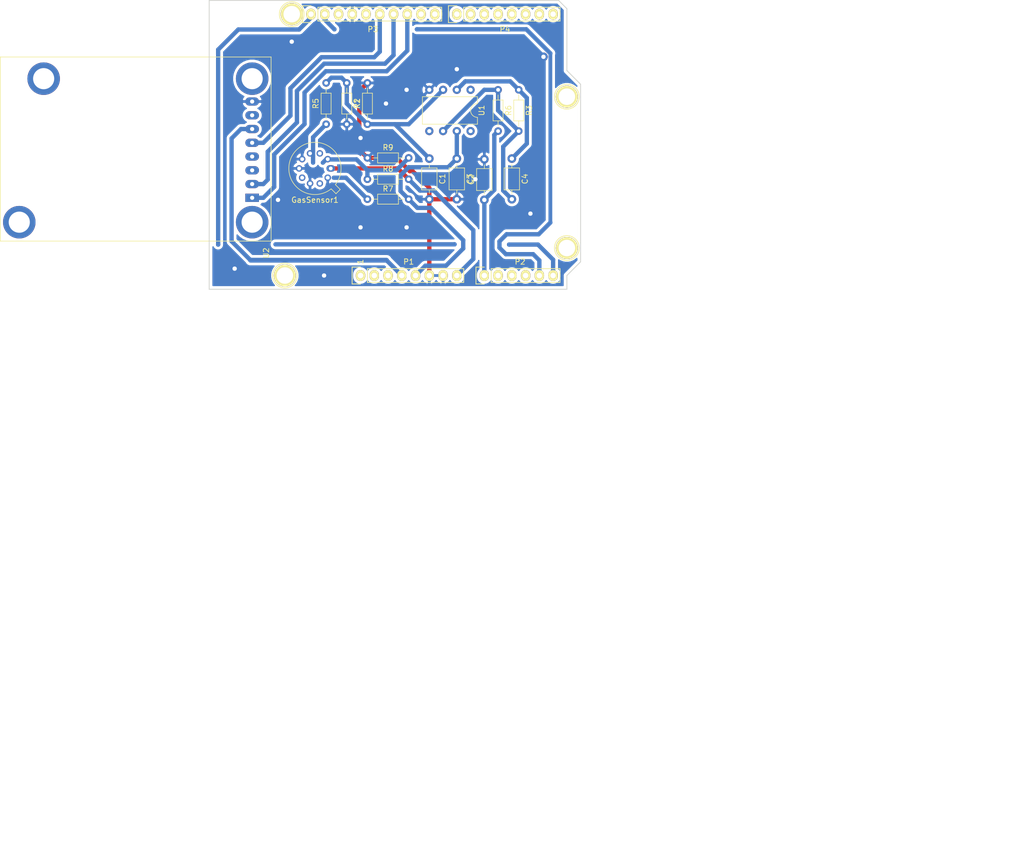
<source format=kicad_pcb>
(kicad_pcb (version 20171130) (host pcbnew "(5.0.2)-1")

  (general
    (thickness 1.6)
    (drawings 10)
    (tracks 139)
    (zones 0)
    (modules 24)
    (nets 47)
  )

  (page A4)
  (title_block
    (title "CARTE PCB capteur GAZ AIME")
    (date 2021-01-27)
    (rev 1.0.0)
    (company INSA)
    (comment 1 "SKIKER HICHAM")
    (comment 2 "ARNAULD BIGANZOLI /GRISOLA JERMIE")
  )

  (layers
    (0 F.Cu signal)
    (31 B.Cu signal)
    (32 B.Adhes user)
    (33 F.Adhes user)
    (34 B.Paste user)
    (35 F.Paste user)
    (36 B.SilkS user)
    (37 F.SilkS user)
    (38 B.Mask user)
    (39 F.Mask user)
    (40 Dwgs.User user)
    (41 Cmts.User user)
    (42 Eco1.User user)
    (43 Eco2.User user)
    (44 Edge.Cuts user)
    (45 Margin user)
    (46 B.CrtYd user)
    (47 F.CrtYd user)
    (48 B.Fab user)
    (49 F.Fab user)
  )

  (setup
    (last_trace_width 0.8)
    (trace_clearance 0.4)
    (zone_clearance 0.508)
    (zone_45_only no)
    (trace_min 0.2)
    (segment_width 0.15)
    (edge_width 0.15)
    (via_size 1.6)
    (via_drill 0.8)
    (via_min_size 1.6)
    (via_min_drill 0.8)
    (uvia_size 0.3)
    (uvia_drill 0.1)
    (uvias_allowed no)
    (uvia_min_size 0.2)
    (uvia_min_drill 0.1)
    (pcb_text_width 0.3)
    (pcb_text_size 1.5 1.5)
    (mod_edge_width 0.15)
    (mod_text_size 1 1)
    (mod_text_width 0.15)
    (pad_size 6 6)
    (pad_drill 3.9)
    (pad_to_mask_clearance 0)
    (solder_mask_min_width 0.25)
    (aux_axis_origin 110.998 126.365)
    (grid_origin 110.998 126.365)
    (visible_elements 7FFFF7FF)
    (pcbplotparams
      (layerselection 0x00030_ffffffff)
      (usegerberextensions false)
      (usegerberattributes true)
      (usegerberadvancedattributes true)
      (creategerberjobfile true)
      (excludeedgelayer true)
      (linewidth 0.100000)
      (plotframeref false)
      (viasonmask false)
      (mode 1)
      (useauxorigin false)
      (hpglpennumber 1)
      (hpglpenspeed 20)
      (hpglpendiameter 15.000000)
      (psnegative false)
      (psa4output false)
      (plotreference true)
      (plotvalue true)
      (plotinvisibletext false)
      (padsonsilk false)
      (subtractmaskfromsilk false)
      (outputformat 1)
      (mirror false)
      (drillshape 0)
      (scaleselection 1)
      (outputdirectory ""))
  )

  (net 0 "")
  (net 1 /IOREF)
  (net 2 /Reset)
  (net 3 +5V)
  (net 4 GND)
  (net 5 /Vin)
  (net 6 /A1)
  (net 7 /A2)
  (net 8 /A3)
  (net 9 /AREF)
  (net 10 "/A4(SDA)")
  (net 11 "/A5(SCL)")
  (net 12 "/9(**)")
  (net 13 /8)
  (net 14 /7)
  (net 15 "/6(**)")
  (net 16 "/5(**)")
  (net 17 /4)
  (net 18 "/3(**)")
  (net 19 /2)
  (net 20 "/1(Tx)")
  (net 21 "/0(Rx)")
  (net 22 "Net-(P5-Pad1)")
  (net 23 "Net-(P6-Pad1)")
  (net 24 "Net-(P7-Pad1)")
  (net 25 "Net-(P8-Pad1)")
  (net 26 "/13(SCK)")
  (net 27 "Net-(P1-Pad1)")
  (net 28 +3V3)
  (net 29 "Net-(GasSensor1-Pad1)")
  (net 30 "Net-(GasSensor1-Pad3)")
  (net 31 "Net-(GasSensor1-Pad7)")
  (net 32 "Net-(GasSensor1-Pad9)")
  (net 33 "Net-(U1-Pad8)")
  (net 34 "Net-(U1-Pad5)")
  (net 35 "Net-(U1-Pad1)")
  (net 36 "Net-(C1-Pad1)")
  (net 37 A0)
  (net 38 "Net-(C4-Pad2)")
  (net 39 "Net-(C4-Pad1)")
  (net 40 Isensor)
  (net 41 RST)
  (net 42 RX)
  (net 43 TX)
  (net 44 "Net-(U2-Pad7)")
  (net 45 "Net-(U2-Pad4)")
  (net 46 "Net-(U2-Pad3)")

  (net_class Default "This is the default net class."
    (clearance 0.4)
    (trace_width 0.8)
    (via_dia 1.6)
    (via_drill 0.8)
    (uvia_dia 0.3)
    (uvia_drill 0.1)
    (add_net +3V3)
    (add_net +5V)
    (add_net "/0(Rx)")
    (add_net "/1(Tx)")
    (add_net "/13(SCK)")
    (add_net /2)
    (add_net "/3(**)")
    (add_net /4)
    (add_net "/5(**)")
    (add_net "/6(**)")
    (add_net /7)
    (add_net /8)
    (add_net "/9(**)")
    (add_net /A1)
    (add_net /A2)
    (add_net /A3)
    (add_net "/A4(SDA)")
    (add_net "/A5(SCL)")
    (add_net /AREF)
    (add_net /IOREF)
    (add_net /Reset)
    (add_net /Vin)
    (add_net A0)
    (add_net GND)
    (add_net Isensor)
    (add_net "Net-(C1-Pad1)")
    (add_net "Net-(C4-Pad1)")
    (add_net "Net-(C4-Pad2)")
    (add_net "Net-(GasSensor1-Pad1)")
    (add_net "Net-(GasSensor1-Pad3)")
    (add_net "Net-(GasSensor1-Pad7)")
    (add_net "Net-(GasSensor1-Pad9)")
    (add_net "Net-(P1-Pad1)")
    (add_net "Net-(P5-Pad1)")
    (add_net "Net-(P6-Pad1)")
    (add_net "Net-(P7-Pad1)")
    (add_net "Net-(P8-Pad1)")
    (add_net "Net-(U1-Pad1)")
    (add_net "Net-(U1-Pad5)")
    (add_net "Net-(U1-Pad8)")
    (add_net "Net-(U2-Pad3)")
    (add_net "Net-(U2-Pad4)")
    (add_net "Net-(U2-Pad7)")
    (add_net RST)
    (add_net RX)
    (add_net TX)
  )

  (module "" (layer F.Cu) (tedit 0) (tstamp 0)
    (at 133.858 114.935)
    (fp_text reference "" (at 122.428 117.475) (layer F.SilkS)
      (effects (font (size 1.27 1.27) (thickness 0.15)))
    )
    (fp_text value "" (at 122.428 117.475) (layer F.SilkS)
      (effects (font (size 1.27 1.27) (thickness 0.15)))
    )
    (fp_text user Laboratoire_AIME (at 121.158 116.205 -180) (layer F.Fab)
      (effects (font (size 1 1) (thickness 0.15)))
    )
  )

  (module GasSensor:RN2483 (layer F.Cu) (tedit 600F4A40) (tstamp 5FD387C7)
    (at 122.428 117.475 90)
    (path /5FCD142F)
    (fp_text reference U2 (at -2.2 -0.9 90) (layer F.SilkS)
      (effects (font (size 1 1) (thickness 0.15)))
    )
    (fp_text value RN2483 (at 16.51 -24.13 180) (layer F.Fab)
      (effects (font (size 2 3) (thickness 0.3)))
    )
    (fp_line (start 0 0) (end 0 -50) (layer F.SilkS) (width 0.12))
    (fp_line (start 0 -50) (end 34 -50) (layer F.SilkS) (width 0.12))
    (fp_line (start 34 -50) (end 34 0) (layer F.SilkS) (width 0.12))
    (fp_line (start 34 0) (end 0 0) (layer F.SilkS) (width 0.12))
    (pad "" np_thru_hole circle (at 30 -42 90) (size 6 6) (drill oval 3.9) (layers *.Cu *.Mask))
    (pad "" np_thru_hole circle (at 3.5 -46.5 90) (size 6 6) (drill oval 3.9) (layers *.Cu))
    (pad "" np_thru_hole circle (at 30 -3.5 90) (size 6 6) (drill 3.9) (layers *.Cu *.Mask))
    (pad "" np_thru_hole circle (at 3.5 -3.5 90) (size 6 6) (drill 3.9) (layers *.Cu *.Mask))
    (pad 8 thru_hole oval (at 25.78 -3.5 90) (size 1.524 2.524) (drill 0.762) (layers *.Cu *.Mask)
      (net 4 GND))
    (pad 7 thru_hole oval (at 23.24 -3.5 90) (size 1.524 2.524) (drill 0.762) (layers *.Cu *.Mask)
      (net 44 "Net-(U2-Pad7)"))
    (pad 6 thru_hole oval (at 20.7 -3.5 90) (size 1.524 2.524) (drill 0.762) (layers *.Cu *.Mask)
      (net 28 +3V3))
    (pad 5 thru_hole oval (at 18.16 -3.5 90) (size 1.524 2.524) (drill 0.762) (layers *.Cu *.Mask)
      (net 41 RST))
    (pad 4 thru_hole oval (at 15.62 -3.5 90) (size 1.524 2.524) (drill 0.762) (layers *.Cu *.Mask)
      (net 45 "Net-(U2-Pad4)"))
    (pad 3 thru_hole oval (at 13.08 -3.5 90) (size 1.524 2.524) (drill 0.762) (layers *.Cu *.Mask)
      (net 46 "Net-(U2-Pad3)"))
    (pad 2 thru_hole oval (at 10.54 -3.5 90) (size 1.524 2.524) (drill 0.762) (layers *.Cu *.Mask)
      (net 42 RX))
    (pad 1 thru_hole rect (at 8 -3.5 90) (size 1.524 2.524) (drill 0.762) (layers *.Cu *.Mask)
      (net 43 TX))
    (model ${KISYS3DMOD}/RF_Module.3dshapes/ESP32-WROOM-32.step
      (offset (xyz 17 19 0))
      (scale (xyz 1.2 1.2 1))
      (rotate (xyz 0 0 0))
    )
  )

  (module Resistor_THT:R_Axial_DIN0204_L3.6mm_D1.6mm_P7.62mm_Horizontal (layer F.Cu) (tedit 5AE5139B) (tstamp 5FD38CB8)
    (at 140.208 102.108)
    (descr "Resistor, Axial_DIN0204 series, Axial, Horizontal, pin pitch=7.62mm, 0.167W, length*diameter=3.6*1.6mm^2, http://cdn-reichelt.de/documents/datenblatt/B400/1_4W%23YAG.pdf")
    (tags "Resistor Axial_DIN0204 series Axial Horizontal pin pitch 7.62mm 0.167W length 3.6mm diameter 1.6mm")
    (path /5FDC2EC6)
    (fp_text reference R9 (at 3.81 -1.92) (layer F.SilkS)
      (effects (font (size 1 1) (thickness 0.15)))
    )
    (fp_text value 10k (at 2.54 1.92) (layer F.Fab)
      (effects (font (size 1 1) (thickness 0.15)))
    )
    (fp_line (start 2.01 -0.8) (end 2.01 0.8) (layer F.Fab) (width 0.1))
    (fp_line (start 2.01 0.8) (end 5.61 0.8) (layer F.Fab) (width 0.1))
    (fp_line (start 5.61 0.8) (end 5.61 -0.8) (layer F.Fab) (width 0.1))
    (fp_line (start 5.61 -0.8) (end 2.01 -0.8) (layer F.Fab) (width 0.1))
    (fp_line (start 0 0) (end 2.01 0) (layer F.Fab) (width 0.1))
    (fp_line (start 7.62 0) (end 5.61 0) (layer F.Fab) (width 0.1))
    (fp_line (start 1.89 -0.92) (end 1.89 0.92) (layer F.SilkS) (width 0.12))
    (fp_line (start 1.89 0.92) (end 5.73 0.92) (layer F.SilkS) (width 0.12))
    (fp_line (start 5.73 0.92) (end 5.73 -0.92) (layer F.SilkS) (width 0.12))
    (fp_line (start 5.73 -0.92) (end 1.89 -0.92) (layer F.SilkS) (width 0.12))
    (fp_line (start 0.94 0) (end 1.89 0) (layer F.SilkS) (width 0.12))
    (fp_line (start 6.68 0) (end 5.73 0) (layer F.SilkS) (width 0.12))
    (fp_line (start -0.95 -1.05) (end -0.95 1.05) (layer F.CrtYd) (width 0.05))
    (fp_line (start -0.95 1.05) (end 8.57 1.05) (layer F.CrtYd) (width 0.05))
    (fp_line (start 8.57 1.05) (end 8.57 -1.05) (layer F.CrtYd) (width 0.05))
    (fp_line (start 8.57 -1.05) (end -0.95 -1.05) (layer F.CrtYd) (width 0.05))
    (fp_text user %R (at 3.81 0) (layer F.Fab)
      (effects (font (size 0.72 0.72) (thickness 0.108)))
    )
    (pad 2 thru_hole oval (at 7.62 0) (size 1.4 1.4) (drill 0.7) (layers *.Cu *.Mask)
      (net 30 "Net-(GasSensor1-Pad3)"))
    (pad 1 thru_hole circle (at 0 0) (size 1.4 1.4) (drill 0.7) (layers *.Cu *.Mask)
      (net 4 GND))
    (model ${KISYS3DMOD}/Resistor_THT.3dshapes/R_Axial_DIN0204_L3.6mm_D1.6mm_P7.62mm_Horizontal.wrl
      (at (xyz 0 0 0))
      (scale (xyz 1 1 1))
      (rotate (xyz 0 0 0))
    )
  )

  (module Resistor_THT:R_Axial_DIN0204_L3.6mm_D1.6mm_P7.62mm_Horizontal (layer F.Cu) (tedit 600F4095) (tstamp 5FD38CA1)
    (at 140.208 106.045)
    (descr "Resistor, Axial_DIN0204 series, Axial, Horizontal, pin pitch=7.62mm, 0.167W, length*diameter=3.6*1.6mm^2, http://cdn-reichelt.de/documents/datenblatt/B400/1_4W%23YAG.pdf")
    (tags "Resistor Axial_DIN0204 series Axial Horizontal pin pitch 7.62mm 0.167W length 3.6mm diameter 1.6mm")
    (path /5FDB68A4)
    (fp_text reference R8 (at 3.81 -1.92) (layer F.SilkS)
      (effects (font (size 1 1) (thickness 0.15)))
    )
    (fp_text value 100 (at 1.27 1.92) (layer F.Fab)
      (effects (font (size 1 1) (thickness 0.15)))
    )
    (fp_line (start 2.01 -0.8) (end 2.01 0.8) (layer F.Fab) (width 0.1))
    (fp_line (start 2.01 0.8) (end 5.61 0.8) (layer F.Fab) (width 0.1))
    (fp_line (start 5.61 0.8) (end 5.61 -0.8) (layer F.Fab) (width 0.1))
    (fp_line (start 5.61 -0.8) (end 2.01 -0.8) (layer F.Fab) (width 0.1))
    (fp_line (start 0 0) (end 2.01 0) (layer F.Fab) (width 0.1))
    (fp_line (start 7.62 0) (end 5.61 0) (layer F.Fab) (width 0.1))
    (fp_line (start 1.89 -0.92) (end 1.89 0.92) (layer F.SilkS) (width 0.12))
    (fp_line (start 1.89 0.92) (end 5.73 0.92) (layer F.SilkS) (width 0.12))
    (fp_line (start 5.73 0.92) (end 5.73 -0.92) (layer F.SilkS) (width 0.12))
    (fp_line (start 5.73 -0.92) (end 1.89 -0.92) (layer F.SilkS) (width 0.12))
    (fp_line (start 0.94 0) (end 1.89 0) (layer F.SilkS) (width 0.12))
    (fp_line (start 6.68 0) (end 5.73 0) (layer F.SilkS) (width 0.12))
    (fp_line (start -0.95 -1.05) (end -0.95 1.05) (layer F.CrtYd) (width 0.05))
    (fp_line (start -0.95 1.05) (end 8.57 1.05) (layer F.CrtYd) (width 0.05))
    (fp_line (start 8.57 1.05) (end 8.57 -1.05) (layer F.CrtYd) (width 0.05))
    (fp_line (start 8.57 -1.05) (end -0.95 -1.05) (layer F.CrtYd) (width 0.05))
    (fp_text user %R (at 3.81 0) (layer F.Fab)
      (effects (font (size 0.72 0.72) (thickness 0.108)))
    )
    (pad 2 thru_hole oval (at 7.62 0) (size 1.4 1.4) (drill 0.7) (layers *.Cu *.Mask)
      (net 5 /Vin))
    (pad 1 thru_hole circle (at 0 0) (size 1.4 1.4) (drill 0.7) (layers *.Cu *.Mask)
      (net 30 "Net-(GasSensor1-Pad3)"))
    (model ${KISYS3DMOD}/Resistor_THT.3dshapes/R_Axial_DIN0204_L3.6mm_D1.6mm_P7.62mm_Horizontal.wrl
      (at (xyz 0 0 0))
      (scale (xyz 1 1 1))
      (rotate (xyz 0 0 0))
    )
  )

  (module Resistor_THT:R_Axial_DIN0204_L3.6mm_D1.6mm_P7.62mm_Horizontal (layer F.Cu) (tedit 600F40C5) (tstamp 5FD38C8A)
    (at 140.208 109.728)
    (descr "Resistor, Axial_DIN0204 series, Axial, Horizontal, pin pitch=7.62mm, 0.167W, length*diameter=3.6*1.6mm^2, http://cdn-reichelt.de/documents/datenblatt/B400/1_4W%23YAG.pdf")
    (tags "Resistor Axial_DIN0204 series Axial Horizontal pin pitch 7.62mm 0.167W length 3.6mm diameter 1.6mm")
    (path /5FD9AE0C)
    (fp_text reference R7 (at 3.81 -1.92) (layer F.SilkS)
      (effects (font (size 1 1) (thickness 0.15)))
    )
    (fp_text value 200 (at 1.27 1.92) (layer F.Fab)
      (effects (font (size 1 1) (thickness 0.15)))
    )
    (fp_line (start 2.01 -0.8) (end 2.01 0.8) (layer F.Fab) (width 0.1))
    (fp_line (start 2.01 0.8) (end 5.61 0.8) (layer F.Fab) (width 0.1))
    (fp_line (start 5.61 0.8) (end 5.61 -0.8) (layer F.Fab) (width 0.1))
    (fp_line (start 5.61 -0.8) (end 2.01 -0.8) (layer F.Fab) (width 0.1))
    (fp_line (start 0 0) (end 2.01 0) (layer F.Fab) (width 0.1))
    (fp_line (start 7.62 0) (end 5.61 0) (layer F.Fab) (width 0.1))
    (fp_line (start 1.89 -0.92) (end 1.89 0.92) (layer F.SilkS) (width 0.12))
    (fp_line (start 1.89 0.92) (end 5.73 0.92) (layer F.SilkS) (width 0.12))
    (fp_line (start 5.73 0.92) (end 5.73 -0.92) (layer F.SilkS) (width 0.12))
    (fp_line (start 5.73 -0.92) (end 1.89 -0.92) (layer F.SilkS) (width 0.12))
    (fp_line (start 0.94 0) (end 1.89 0) (layer F.SilkS) (width 0.12))
    (fp_line (start 6.68 0) (end 5.73 0) (layer F.SilkS) (width 0.12))
    (fp_line (start -0.95 -1.05) (end -0.95 1.05) (layer F.CrtYd) (width 0.05))
    (fp_line (start -0.95 1.05) (end 8.57 1.05) (layer F.CrtYd) (width 0.05))
    (fp_line (start 8.57 1.05) (end 8.57 -1.05) (layer F.CrtYd) (width 0.05))
    (fp_line (start 8.57 -1.05) (end -0.95 -1.05) (layer F.CrtYd) (width 0.05))
    (fp_text user %R (at 4.191 0.254) (layer F.Fab)
      (effects (font (size 0.72 0.72) (thickness 0.108)))
    )
    (pad 2 thru_hole oval (at 7.62 0) (size 1.4 1.4) (drill 0.7) (layers *.Cu *.Mask)
      (net 3 +5V))
    (pad 1 thru_hole circle (at 0 0) (size 1.4 1.4) (drill 0.7) (layers *.Cu *.Mask)
      (net 29 "Net-(GasSensor1-Pad1)"))
    (model ${KISYS3DMOD}/Resistor_THT.3dshapes/R_Axial_DIN0204_L3.6mm_D1.6mm_P7.62mm_Horizontal.wrl
      (at (xyz 0 0 0))
      (scale (xyz 1 1 1))
      (rotate (xyz 0 0 0))
    )
  )

  (module Capacitor_THT:C_Axial_L3.8mm_D2.6mm_P7.50mm_Horizontal (layer F.Cu) (tedit 600F3F27) (tstamp 5FCD7E03)
    (at 151.638 102.235 270)
    (descr "C, Axial series, Axial, Horizontal, pin pitch=7.5mm, , length*diameter=3.8*2.6mm^2, http://www.vishay.com/docs/45231/arseries.pdf")
    (tags "C Axial series Axial Horizontal pin pitch 7.5mm  length 3.8mm diameter 2.6mm")
    (path /5FCE8066)
    (fp_text reference C1 (at 3.75 -2.42 90) (layer F.SilkS)
      (effects (font (size 1 1) (thickness 0.15)))
    )
    (fp_text value 130n (at 11.43 0 90) (layer F.Fab)
      (effects (font (size 1 1) (thickness 0.15)))
    )
    (fp_line (start 8.55 -1.55) (end -1.05 -1.55) (layer F.CrtYd) (width 0.05))
    (fp_line (start 8.55 1.55) (end 8.55 -1.55) (layer F.CrtYd) (width 0.05))
    (fp_line (start -1.05 1.55) (end 8.55 1.55) (layer F.CrtYd) (width 0.05))
    (fp_line (start -1.05 -1.55) (end -1.05 1.55) (layer F.CrtYd) (width 0.05))
    (fp_line (start 6.46 0) (end 5.77 0) (layer F.SilkS) (width 0.12))
    (fp_line (start 1.04 0) (end 1.73 0) (layer F.SilkS) (width 0.12))
    (fp_line (start 5.77 -1.42) (end 1.73 -1.42) (layer F.SilkS) (width 0.12))
    (fp_line (start 5.77 1.42) (end 5.77 -1.42) (layer F.SilkS) (width 0.12))
    (fp_line (start 1.73 1.42) (end 5.77 1.42) (layer F.SilkS) (width 0.12))
    (fp_line (start 1.73 -1.42) (end 1.73 1.42) (layer F.SilkS) (width 0.12))
    (fp_line (start 7.5 0) (end 5.65 0) (layer F.Fab) (width 0.1))
    (fp_line (start 0 0) (end 1.85 0) (layer F.Fab) (width 0.1))
    (fp_line (start 5.65 -1.3) (end 1.85 -1.3) (layer F.Fab) (width 0.1))
    (fp_line (start 5.65 1.3) (end 5.65 -1.3) (layer F.Fab) (width 0.1))
    (fp_line (start 1.85 1.3) (end 5.65 1.3) (layer F.Fab) (width 0.1))
    (fp_line (start 1.85 -1.3) (end 1.85 1.3) (layer F.Fab) (width 0.1))
    (fp_text user %R (at 3.75 0) (layer F.Fab)
      (effects (font (size 0.76 0.76) (thickness 0.114)))
    )
    (pad 2 thru_hole oval (at 7.5 0 270) (size 1.6 1.6) (drill 0.8) (layers *.Cu *.Mask)
      (net 4 GND))
    (pad 1 thru_hole circle (at 0 0 270) (size 1.6 1.6) (drill 0.8) (layers *.Cu *.Mask)
      (net 36 "Net-(C1-Pad1)"))
    (model ${KISYS3DMOD}/Capacitor_THT.3dshapes/C_Axial_L3.8mm_D2.6mm_P7.50mm_Horizontal.wrl
      (at (xyz 0 0 0))
      (scale (xyz 1 1 1))
      (rotate (xyz 0 0 0))
    )
  )

  (module Capacitor_THT:C_Axial_L3.8mm_D2.6mm_P7.50mm_Horizontal (layer F.Cu) (tedit 600F425B) (tstamp 5FCD778B)
    (at 156.718 102.235 270)
    (descr "C, Axial series, Axial, Horizontal, pin pitch=7.5mm, , length*diameter=3.8*2.6mm^2, http://www.vishay.com/docs/45231/arseries.pdf")
    (tags "C Axial series Axial Horizontal pin pitch 7.5mm  length 3.8mm diameter 2.6mm")
    (path /5FCE9347)
    (fp_text reference C3 (at 3.75 -2.42 90) (layer F.SilkS)
      (effects (font (size 1 1) (thickness 0.15)))
    )
    (fp_text value 150n (at 3.75 2.42 90) (layer F.Fab)
      (effects (font (size 1 1) (thickness 0.15)))
    )
    (fp_line (start 1.85 -1.3) (end 1.85 1.3) (layer F.Fab) (width 0.1))
    (fp_line (start 1.85 1.3) (end 5.65 1.3) (layer F.Fab) (width 0.1))
    (fp_line (start 5.65 1.3) (end 5.65 -1.3) (layer F.Fab) (width 0.1))
    (fp_line (start 5.65 -1.3) (end 1.85 -1.3) (layer F.Fab) (width 0.1))
    (fp_line (start 0 0) (end 1.85 0) (layer F.Fab) (width 0.1))
    (fp_line (start 7.5 0) (end 5.65 0) (layer F.Fab) (width 0.1))
    (fp_line (start 1.73 -1.42) (end 1.73 1.42) (layer F.SilkS) (width 0.12))
    (fp_line (start 1.73 1.42) (end 5.77 1.42) (layer F.SilkS) (width 0.12))
    (fp_line (start 5.77 1.42) (end 5.77 -1.42) (layer F.SilkS) (width 0.12))
    (fp_line (start 5.77 -1.42) (end 1.73 -1.42) (layer F.SilkS) (width 0.12))
    (fp_line (start 1.04 0) (end 1.73 0) (layer F.SilkS) (width 0.12))
    (fp_line (start 6.46 0) (end 5.77 0) (layer F.SilkS) (width 0.12))
    (fp_line (start -1.05 -1.55) (end -1.05 1.55) (layer F.CrtYd) (width 0.05))
    (fp_line (start -1.05 1.55) (end 8.55 1.55) (layer F.CrtYd) (width 0.05))
    (fp_line (start 8.55 1.55) (end 8.55 -1.55) (layer F.CrtYd) (width 0.05))
    (fp_line (start 8.55 -1.55) (end -1.05 -1.55) (layer F.CrtYd) (width 0.05))
    (fp_text user %R (at 3.75 0 90) (layer F.Fab)
      (effects (font (size 0.76 0.76) (thickness 0.114)))
    )
    (pad 2 thru_hole oval (at 7.5 0 270) (size 1.6 1.6) (drill 0.8) (layers *.Cu *.Mask)
      (net 4 GND))
    (pad 1 thru_hole circle (at 0 0 270) (size 1.6 1.6) (drill 0.8) (layers *.Cu *.Mask)
      (net 3 +5V))
    (model ${KISYS3DMOD}/Capacitor_THT.3dshapes/C_Axial_L3.8mm_D2.6mm_P7.50mm_Horizontal.wrl
      (at (xyz 0 0 0))
      (scale (xyz 1 1 1))
      (rotate (xyz 0 0 0))
    )
  )

  (module Capacitor_THT:C_Axial_L3.8mm_D2.6mm_P7.50mm_Horizontal (layer F.Cu) (tedit 600F4219) (tstamp 5FD378B5)
    (at 166.878 102.235 270)
    (descr "C, Axial series, Axial, Horizontal, pin pitch=7.5mm, , length*diameter=3.8*2.6mm^2, http://www.vishay.com/docs/45231/arseries.pdf")
    (tags "C Axial series Axial Horizontal pin pitch 7.5mm  length 3.8mm diameter 2.6mm")
    (path /5FCE8B4E)
    (fp_text reference C4 (at 3.75 -2.42 90) (layer F.SilkS)
      (effects (font (size 1 1) (thickness 0.15)))
    )
    (fp_text value 10µ (at 3.75 2.42 90) (layer F.Fab)
      (effects (font (size 1 1) (thickness 0.15)))
    )
    (fp_line (start 1.85 -1.3) (end 1.85 1.3) (layer F.Fab) (width 0.1))
    (fp_line (start 1.85 1.3) (end 5.65 1.3) (layer F.Fab) (width 0.1))
    (fp_line (start 5.65 1.3) (end 5.65 -1.3) (layer F.Fab) (width 0.1))
    (fp_line (start 5.65 -1.3) (end 1.85 -1.3) (layer F.Fab) (width 0.1))
    (fp_line (start 0 0) (end 1.85 0) (layer F.Fab) (width 0.1))
    (fp_line (start 7.5 0) (end 5.65 0) (layer F.Fab) (width 0.1))
    (fp_line (start 1.73 -1.42) (end 1.73 1.42) (layer F.SilkS) (width 0.12))
    (fp_line (start 1.73 1.42) (end 5.77 1.42) (layer F.SilkS) (width 0.12))
    (fp_line (start 5.77 1.42) (end 5.77 -1.42) (layer F.SilkS) (width 0.12))
    (fp_line (start 5.77 -1.42) (end 1.73 -1.42) (layer F.SilkS) (width 0.12))
    (fp_line (start 1.04 0) (end 1.73 0) (layer F.SilkS) (width 0.12))
    (fp_line (start 6.46 0) (end 5.77 0) (layer F.SilkS) (width 0.12))
    (fp_line (start -1.05 -1.55) (end -1.05 1.55) (layer F.CrtYd) (width 0.05))
    (fp_line (start -1.05 1.55) (end 8.55 1.55) (layer F.CrtYd) (width 0.05))
    (fp_line (start 8.55 1.55) (end 8.55 -1.55) (layer F.CrtYd) (width 0.05))
    (fp_line (start 8.55 -1.55) (end -1.05 -1.55) (layer F.CrtYd) (width 0.05))
    (fp_text user %R (at 3.75 0 90) (layer F.Fab)
      (effects (font (size 0.76 0.76) (thickness 0.114)))
    )
    (pad 2 thru_hole oval (at 7.5 0 270) (size 1.6 1.6) (drill 0.8) (layers *.Cu *.Mask)
      (net 38 "Net-(C4-Pad2)"))
    (pad 1 thru_hole circle (at 0 0 270) (size 1.6 1.6) (drill 0.8) (layers *.Cu *.Mask)
      (net 39 "Net-(C4-Pad1)"))
    (model ${KISYS3DMOD}/Capacitor_THT.3dshapes/C_Axial_L3.8mm_D2.6mm_P7.50mm_Horizontal.wrl
      (at (xyz 0 0 0))
      (scale (xyz 1 1 1))
      (rotate (xyz 0 0 0))
    )
  )

  (module Capacitor_THT:C_Axial_L3.8mm_D2.6mm_P7.50mm_Horizontal (layer F.Cu) (tedit 600F4254) (tstamp 5FCD7774)
    (at 161.798 109.855 90)
    (descr "C, Axial series, Axial, Horizontal, pin pitch=7.5mm, , length*diameter=3.8*2.6mm^2, http://www.vishay.com/docs/45231/arseries.pdf")
    (tags "C Axial series Axial Horizontal pin pitch 7.5mm  length 3.8mm diameter 2.6mm")
    (path /5FCE9C21)
    (fp_text reference C2 (at 3.75 -2.42 90) (layer F.SilkS)
      (effects (font (size 1 1) (thickness 0.15)))
    )
    (fp_text value 150n (at 5.08 -2.54 90) (layer F.Fab)
      (effects (font (size 1 1) (thickness 0.15)))
    )
    (fp_line (start 1.85 -1.3) (end 1.85 1.3) (layer F.Fab) (width 0.1))
    (fp_line (start 1.85 1.3) (end 5.65 1.3) (layer F.Fab) (width 0.1))
    (fp_line (start 5.65 1.3) (end 5.65 -1.3) (layer F.Fab) (width 0.1))
    (fp_line (start 5.65 -1.3) (end 1.85 -1.3) (layer F.Fab) (width 0.1))
    (fp_line (start 0 0) (end 1.85 0) (layer F.Fab) (width 0.1))
    (fp_line (start 7.5 0) (end 5.65 0) (layer F.Fab) (width 0.1))
    (fp_line (start 1.73 -1.42) (end 1.73 1.42) (layer F.SilkS) (width 0.12))
    (fp_line (start 1.73 1.42) (end 5.77 1.42) (layer F.SilkS) (width 0.12))
    (fp_line (start 5.77 1.42) (end 5.77 -1.42) (layer F.SilkS) (width 0.12))
    (fp_line (start 5.77 -1.42) (end 1.73 -1.42) (layer F.SilkS) (width 0.12))
    (fp_line (start 1.04 0) (end 1.73 0) (layer F.SilkS) (width 0.12))
    (fp_line (start 6.46 0) (end 5.77 0) (layer F.SilkS) (width 0.12))
    (fp_line (start -1.05 -1.55) (end -1.05 1.55) (layer F.CrtYd) (width 0.05))
    (fp_line (start -1.05 1.55) (end 8.55 1.55) (layer F.CrtYd) (width 0.05))
    (fp_line (start 8.55 1.55) (end 8.55 -1.55) (layer F.CrtYd) (width 0.05))
    (fp_line (start 8.55 -1.55) (end -1.05 -1.55) (layer F.CrtYd) (width 0.05))
    (fp_text user %R (at 3.81 0 90) (layer F.Fab)
      (effects (font (size 0.76 0.76) (thickness 0.114)))
    )
    (pad 2 thru_hole oval (at 7.5 0 90) (size 1.6 1.6) (drill 0.8) (layers *.Cu *.Mask)
      (net 4 GND))
    (pad 1 thru_hole circle (at 0 0 90) (size 1.6 1.6) (drill 0.8) (layers *.Cu *.Mask)
      (net 37 A0))
    (model ${KISYS3DMOD}/Capacitor_THT.3dshapes/C_Axial_L3.8mm_D2.6mm_P7.50mm_Horizontal.wrl
      (at (xyz 0 0 0))
      (scale (xyz 1 1 1))
      (rotate (xyz 0 0 0))
    )
  )

  (module GasSensor:AOP (layer F.Cu) (tedit 600F42A4) (tstamp 5FCD0D6F)
    (at 161.798 93.345 270)
    (path /5FCCA0A6)
    (fp_text reference U1 (at 0 0.5 90) (layer F.SilkS)
      (effects (font (size 1 1) (thickness 0.15)))
    )
    (fp_text value LTC1050 (at 1.27 1.27 90) (layer F.Fab)
      (effects (font (size 1 1) (thickness 0.09)))
    )
    (fp_line (start -2.54 1.27) (end -1.27 1.27) (layer F.SilkS) (width 0.12))
    (fp_line (start -2.54 1.27) (end -2.54 10.16) (layer F.SilkS) (width 0.12))
    (fp_line (start -2.54 10.16) (end -2.54 11.43) (layer F.SilkS) (width 0.12))
    (fp_line (start -2.54 11.43) (end 2.54 11.43) (layer F.SilkS) (width 0.12))
    (fp_line (start 2.54 11.43) (end 2.54 1.27) (layer F.SilkS) (width 0.12))
    (fp_line (start 2.54 1.27) (end 1.27 1.27) (layer F.SilkS) (width 0.12))
    (fp_arc (start 0 1.27) (end -1.27 1.27) (angle -180) (layer F.SilkS) (width 0.12))
    (pad 8 thru_hole circle (at 3.81 2.54 270) (size 1.524 1.524) (drill 0.762) (layers *.Cu *.Mask)
      (net 33 "Net-(U1-Pad8)"))
    (pad 7 thru_hole circle (at 3.81 5.08 270) (size 1.524 1.524) (drill 0.762) (layers *.Cu *.Mask)
      (net 3 +5V))
    (pad 6 thru_hole circle (at 3.81 7.62 270) (size 1.524 1.524) (drill 0.762) (layers *.Cu *.Mask)
      (net 38 "Net-(C4-Pad2)"))
    (pad 5 thru_hole circle (at 3.81 10.16 270) (size 1.524 1.524) (drill 0.762) (layers *.Cu *.Mask)
      (net 34 "Net-(U1-Pad5)"))
    (pad 4 thru_hole circle (at -3.81 10.16 270) (size 1.524 1.524) (drill 0.762) (layers *.Cu *.Mask)
      (net 4 GND))
    (pad 3 thru_hole circle (at -3.81 7.62 270) (size 1.524 1.524) (drill 0.762) (layers *.Cu *.Mask)
      (net 36 "Net-(C1-Pad1)"))
    (pad 2 thru_hole circle (at -3.81 5.08 270) (size 1.524 1.524) (drill 0.762) (layers *.Cu *.Mask)
      (net 39 "Net-(C4-Pad1)"))
    (pad 1 thru_hole circle (at -3.81 2.54 270) (size 1.524 1.524) (drill 0.762) (layers *.Cu *.Mask)
      (net 35 "Net-(U1-Pad1)"))
    (model ${KISYS3DMOD}/Package_DIP.3dshapes/DIP-8_W7.62mm.step
      (offset (xyz -3.8 -2.5 0))
      (scale (xyz 1 1 1))
      (rotate (xyz 0 0 0))
    )
  )

  (module Resistor_THT:R_Axial_DIN0204_L3.6mm_D1.6mm_P7.62mm_Horizontal (layer F.Cu) (tedit 5AE5139B) (tstamp 5FCD0D5C)
    (at 164.338 89.535 270)
    (descr "Resistor, Axial_DIN0204 series, Axial, Horizontal, pin pitch=7.62mm, 0.167W, length*diameter=3.6*1.6mm^2, http://cdn-reichelt.de/documents/datenblatt/B400/1_4W%23YAG.pdf")
    (tags "Resistor Axial_DIN0204 series Axial Horizontal pin pitch 7.62mm 0.167W length 3.6mm diameter 1.6mm")
    (path /5FCC56B3)
    (fp_text reference R6 (at 3.81 -1.92 90) (layer F.SilkS)
      (effects (font (size 1 1) (thickness 0.15)))
    )
    (fp_text value 1k (at 3.81 1.92 90) (layer F.Fab)
      (effects (font (size 1 1) (thickness 0.15)))
    )
    (fp_line (start 8.57 -1.05) (end -0.95 -1.05) (layer F.CrtYd) (width 0.05))
    (fp_line (start 8.57 1.05) (end 8.57 -1.05) (layer F.CrtYd) (width 0.05))
    (fp_line (start -0.95 1.05) (end 8.57 1.05) (layer F.CrtYd) (width 0.05))
    (fp_line (start -0.95 -1.05) (end -0.95 1.05) (layer F.CrtYd) (width 0.05))
    (fp_line (start 6.68 0) (end 5.73 0) (layer F.SilkS) (width 0.12))
    (fp_line (start 0.94 0) (end 1.89 0) (layer F.SilkS) (width 0.12))
    (fp_line (start 5.73 -0.92) (end 1.89 -0.92) (layer F.SilkS) (width 0.12))
    (fp_line (start 5.73 0.92) (end 5.73 -0.92) (layer F.SilkS) (width 0.12))
    (fp_line (start 1.89 0.92) (end 5.73 0.92) (layer F.SilkS) (width 0.12))
    (fp_line (start 1.89 -0.92) (end 1.89 0.92) (layer F.SilkS) (width 0.12))
    (fp_line (start 7.62 0) (end 5.61 0) (layer F.Fab) (width 0.1))
    (fp_line (start 0 0) (end 2.01 0) (layer F.Fab) (width 0.1))
    (fp_line (start 5.61 -0.8) (end 2.01 -0.8) (layer F.Fab) (width 0.1))
    (fp_line (start 5.61 0.8) (end 5.61 -0.8) (layer F.Fab) (width 0.1))
    (fp_line (start 2.01 0.8) (end 5.61 0.8) (layer F.Fab) (width 0.1))
    (fp_line (start 2.01 -0.8) (end 2.01 0.8) (layer F.Fab) (width 0.1))
    (fp_text user %R (at 1.27 -3.81 90) (layer F.Fab)
      (effects (font (size 0.72 0.72) (thickness 0.108)))
    )
    (pad 2 thru_hole oval (at 7.62 0 270) (size 1.4 1.4) (drill 0.7) (layers *.Cu *.Mask)
      (net 37 A0))
    (pad 1 thru_hole circle (at 0 0 270) (size 1.4 1.4) (drill 0.7) (layers *.Cu *.Mask)
      (net 38 "Net-(C4-Pad2)"))
    (model ${KISYS3DMOD}/Resistor_THT.3dshapes/R_Axial_DIN0204_L3.6mm_D1.6mm_P7.62mm_Horizontal.wrl
      (at (xyz 0 0 0))
      (scale (xyz 1 1 1))
      (rotate (xyz 0 0 0))
    )
  )

  (module Resistor_THT:R_Axial_DIN0204_L3.6mm_D1.6mm_P7.62mm_Horizontal (layer F.Cu) (tedit 5AE5139B) (tstamp 5FCD1466)
    (at 132.588 95.885 90)
    (descr "Resistor, Axial_DIN0204 series, Axial, Horizontal, pin pitch=7.62mm, 0.167W, length*diameter=3.6*1.6mm^2, http://cdn-reichelt.de/documents/datenblatt/B400/1_4W%23YAG.pdf")
    (tags "Resistor Axial_DIN0204 series Axial Horizontal pin pitch 7.62mm 0.167W length 3.6mm diameter 1.6mm")
    (path /5FCBE012)
    (fp_text reference R5 (at 3.81 -1.92 90) (layer F.SilkS)
      (effects (font (size 1 1) (thickness 0.15)))
    )
    (fp_text value 10k (at 3.81 1.92 90) (layer F.Fab)
      (effects (font (size 1 1) (thickness 0.15)))
    )
    (fp_line (start 8.57 -1.05) (end -0.95 -1.05) (layer F.CrtYd) (width 0.05))
    (fp_line (start 8.57 1.05) (end 8.57 -1.05) (layer F.CrtYd) (width 0.05))
    (fp_line (start -0.95 1.05) (end 8.57 1.05) (layer F.CrtYd) (width 0.05))
    (fp_line (start -0.95 -1.05) (end -0.95 1.05) (layer F.CrtYd) (width 0.05))
    (fp_line (start 6.68 0) (end 5.73 0) (layer F.SilkS) (width 0.12))
    (fp_line (start 0.94 0) (end 1.89 0) (layer F.SilkS) (width 0.12))
    (fp_line (start 5.73 -0.92) (end 1.89 -0.92) (layer F.SilkS) (width 0.12))
    (fp_line (start 5.73 0.92) (end 5.73 -0.92) (layer F.SilkS) (width 0.12))
    (fp_line (start 1.89 0.92) (end 5.73 0.92) (layer F.SilkS) (width 0.12))
    (fp_line (start 1.89 -0.92) (end 1.89 0.92) (layer F.SilkS) (width 0.12))
    (fp_line (start 7.62 0) (end 5.61 0) (layer F.Fab) (width 0.1))
    (fp_line (start 0 0) (end 2.01 0) (layer F.Fab) (width 0.1))
    (fp_line (start 5.61 -0.8) (end 2.01 -0.8) (layer F.Fab) (width 0.1))
    (fp_line (start 5.61 0.8) (end 5.61 -0.8) (layer F.Fab) (width 0.1))
    (fp_line (start 2.01 0.8) (end 5.61 0.8) (layer F.Fab) (width 0.1))
    (fp_line (start 2.01 -0.8) (end 2.01 0.8) (layer F.Fab) (width 0.1))
    (fp_text user %R (at 3.81 0 90) (layer F.Fab)
      (effects (font (size 0.72 0.72) (thickness 0.108)))
    )
    (pad 2 thru_hole oval (at 7.62 0 90) (size 1.4 1.4) (drill 0.7) (layers *.Cu *.Mask)
      (net 36 "Net-(C1-Pad1)"))
    (pad 1 thru_hole circle (at 0 0 90) (size 1.4 1.4) (drill 0.7) (layers *.Cu *.Mask)
      (net 40 Isensor))
    (model ${KISYS3DMOD}/Resistor_THT.3dshapes/R_Axial_DIN0204_L3.6mm_D1.6mm_P7.62mm_Horizontal.wrl
      (at (xyz 0 0 0))
      (scale (xyz 1 1 1))
      (rotate (xyz 0 0 0))
    )
  )

  (module Resistor_THT:R_Axial_DIN0204_L3.6mm_D1.6mm_P7.62mm_Horizontal (layer F.Cu) (tedit 6010AD80) (tstamp 5FCD0D2E)
    (at 168.148 89.535 270)
    (descr "Resistor, Axial_DIN0204 series, Axial, Horizontal, pin pitch=7.62mm, 0.167W, length*diameter=3.6*1.6mm^2, http://cdn-reichelt.de/documents/datenblatt/B400/1_4W%23YAG.pdf")
    (tags "Resistor Axial_DIN0204 series Axial Horizontal pin pitch 7.62mm 0.167W length 3.6mm diameter 1.6mm")
    (path /5FCC247A)
    (fp_text reference R3 (at 3.81 -1.92 90) (layer F.SilkS)
      (effects (font (size 1 1) (thickness 0.15)))
    )
    (fp_text value 100k (at 3.81 1.92 90) (layer F.Fab)
      (effects (font (size 1 1) (thickness 0.1)))
    )
    (fp_line (start 8.57 -1.05) (end -0.95 -1.05) (layer F.CrtYd) (width 0.05))
    (fp_line (start 8.57 1.05) (end 8.57 -1.05) (layer F.CrtYd) (width 0.05))
    (fp_line (start -0.95 1.05) (end 8.57 1.05) (layer F.CrtYd) (width 0.05))
    (fp_line (start -0.95 -1.05) (end -0.95 1.05) (layer F.CrtYd) (width 0.05))
    (fp_line (start 6.68 0) (end 5.73 0) (layer F.SilkS) (width 0.12))
    (fp_line (start 0.94 0) (end 1.89 0) (layer F.SilkS) (width 0.12))
    (fp_line (start 5.73 -0.92) (end 1.89 -0.92) (layer F.SilkS) (width 0.12))
    (fp_line (start 5.73 0.92) (end 5.73 -0.92) (layer F.SilkS) (width 0.12))
    (fp_line (start 1.89 0.92) (end 5.73 0.92) (layer F.SilkS) (width 0.12))
    (fp_line (start 1.89 -0.92) (end 1.89 0.92) (layer F.SilkS) (width 0.12))
    (fp_line (start 7.62 0) (end 5.61 0) (layer F.Fab) (width 0.1))
    (fp_line (start 0 0) (end 2.01 0) (layer F.Fab) (width 0.1))
    (fp_line (start 5.61 -0.8) (end 2.01 -0.8) (layer F.Fab) (width 0.1))
    (fp_line (start 5.61 0.8) (end 5.61 -0.8) (layer F.Fab) (width 0.1))
    (fp_line (start 2.01 0.8) (end 5.61 0.8) (layer F.Fab) (width 0.1))
    (fp_line (start 2.01 -0.8) (end 2.01 0.8) (layer F.Fab) (width 0.1))
    (fp_text user %R (at 3.81 0 90) (layer F.Fab)
      (effects (font (size 0.72 0.72) (thickness 0.108)))
    )
    (pad 2 thru_hole oval (at 7.62 0 270) (size 1.4 1.4) (drill 0.7) (layers *.Cu *.Mask)
      (net 38 "Net-(C4-Pad2)"))
    (pad 1 thru_hole circle (at 0 0 270) (size 1.4 1.4) (drill 0.7) (layers *.Cu *.Mask)
      (net 39 "Net-(C4-Pad1)"))
    (model ${KISYS3DMOD}/Resistor_THT.3dshapes/R_Axial_DIN0204_L3.6mm_D1.6mm_P7.62mm_Horizontal.wrl
      (at (xyz 0 0 0))
      (scale (xyz 1 1 1))
      (rotate (xyz 0 0 0))
    )
  )

  (module Resistor_THT:R_Axial_DIN0204_L3.6mm_D1.6mm_P7.62mm_Horizontal (layer F.Cu) (tedit 6010AE2D) (tstamp 5FCD0D17)
    (at 140.208 95.885 90)
    (descr "Resistor, Axial_DIN0204 series, Axial, Horizontal, pin pitch=7.62mm, 0.167W, length*diameter=3.6*1.6mm^2, http://cdn-reichelt.de/documents/datenblatt/B400/1_4W%23YAG.pdf")
    (tags "Resistor Axial_DIN0204 series Axial Horizontal pin pitch 7.62mm 0.167W length 3.6mm diameter 1.6mm")
    (path /5FCC1895)
    (fp_text reference R2 (at 3.81 -1.92 90) (layer F.SilkS)
      (effects (font (size 1 1) (thickness 0.15)))
    )
    (fp_text value 1k (at 3.81 1.92 90) (layer F.Fab)
      (effects (font (size 1 1) (thickness 0.15)))
    )
    (fp_line (start 8.57 -1.05) (end -0.95 -1.05) (layer F.CrtYd) (width 0.05))
    (fp_line (start 8.57 1.05) (end 8.57 -1.05) (layer F.CrtYd) (width 0.05))
    (fp_line (start -0.95 1.05) (end 8.57 1.05) (layer F.CrtYd) (width 0.05))
    (fp_line (start -0.95 -1.05) (end -0.95 1.05) (layer F.CrtYd) (width 0.05))
    (fp_line (start 6.68 0) (end 5.73 0) (layer F.SilkS) (width 0.12))
    (fp_line (start 0.94 0) (end 1.89 0) (layer F.SilkS) (width 0.12))
    (fp_line (start 5.73 -0.92) (end 1.89 -0.92) (layer F.SilkS) (width 0.12))
    (fp_line (start 5.73 0.92) (end 5.73 -0.92) (layer F.SilkS) (width 0.12))
    (fp_line (start 1.89 0.92) (end 5.73 0.92) (layer F.SilkS) (width 0.12))
    (fp_line (start 1.89 -0.92) (end 1.89 0.92) (layer F.SilkS) (width 0.12))
    (fp_line (start 7.62 0) (end 5.61 0) (layer F.Fab) (width 0.1))
    (fp_line (start 0 0) (end 2.01 0) (layer F.Fab) (width 0.1))
    (fp_line (start 5.61 -0.8) (end 2.01 -0.8) (layer F.Fab) (width 0.1))
    (fp_line (start 5.61 0.8) (end 5.61 -0.8) (layer F.Fab) (width 0.1))
    (fp_line (start 2.01 0.8) (end 5.61 0.8) (layer F.Fab) (width 0.1))
    (fp_line (start 2.01 -0.8) (end 2.01 0.8) (layer F.Fab) (width 0.1))
    (fp_text user %R (at 3.81 0 90) (layer F.Fab)
      (effects (font (size 0.72 0.72) (thickness 0.108)))
    )
    (pad 2 thru_hole oval (at 7.62 0 90) (size 1.4 1.4) (drill 0.7) (layers *.Cu *.Mask)
      (net 4 GND))
    (pad 1 thru_hole circle (at 0 0 90) (size 1.4 1.4) (drill 0.7) (layers *.Cu *.Mask)
      (net 36 "Net-(C1-Pad1)"))
    (model ${KISYS3DMOD}/Resistor_THT.3dshapes/R_Axial_DIN0204_L3.6mm_D1.6mm_P7.62mm_Horizontal.wrl
      (at (xyz 0 0 0))
      (scale (xyz 1 1 1))
      (rotate (xyz 0 0 0))
    )
  )

  (module Resistor_THT:R_Axial_DIN0204_L3.6mm_D1.6mm_P7.62mm_Horizontal (layer F.Cu) (tedit 600F410C) (tstamp 5FCD0D00)
    (at 136.398 88.265 270)
    (descr "Resistor, Axial_DIN0204 series, Axial, Horizontal, pin pitch=7.62mm, 0.167W, length*diameter=3.6*1.6mm^2, http://cdn-reichelt.de/documents/datenblatt/B400/1_4W%23YAG.pdf")
    (tags "Resistor Axial_DIN0204 series Axial Horizontal pin pitch 7.62mm 0.167W length 3.6mm diameter 1.6mm")
    (path /5FCBE830)
    (fp_text reference R1 (at 3.81 -1.92 90) (layer F.SilkS)
      (effects (font (size 1 1) (thickness 0.15)))
    )
    (fp_text value 103k (at 3.81 1.92 90) (layer F.Fab)
      (effects (font (size 1 1) (thickness 0.15)))
    )
    (fp_line (start 8.57 -1.05) (end -0.95 -1.05) (layer F.CrtYd) (width 0.05))
    (fp_line (start 8.57 1.05) (end 8.57 -1.05) (layer F.CrtYd) (width 0.05))
    (fp_line (start -0.95 1.05) (end 8.57 1.05) (layer F.CrtYd) (width 0.05))
    (fp_line (start -0.95 -1.05) (end -0.95 1.05) (layer F.CrtYd) (width 0.05))
    (fp_line (start 6.68 0) (end 5.73 0) (layer F.SilkS) (width 0.12))
    (fp_line (start 0.94 0) (end 1.89 0) (layer F.SilkS) (width 0.12))
    (fp_line (start 5.73 -0.92) (end 1.89 -0.92) (layer F.SilkS) (width 0.12))
    (fp_line (start 5.73 0.92) (end 5.73 -0.92) (layer F.SilkS) (width 0.12))
    (fp_line (start 1.89 0.92) (end 5.73 0.92) (layer F.SilkS) (width 0.12))
    (fp_line (start 1.89 -0.92) (end 1.89 0.92) (layer F.SilkS) (width 0.12))
    (fp_line (start 7.62 0) (end 5.61 0) (layer F.Fab) (width 0.1))
    (fp_line (start 0 0) (end 2.01 0) (layer F.Fab) (width 0.1))
    (fp_line (start 5.61 -0.8) (end 2.01 -0.8) (layer F.Fab) (width 0.1))
    (fp_line (start 5.61 0.8) (end 5.61 -0.8) (layer F.Fab) (width 0.1))
    (fp_line (start 2.01 0.8) (end 5.61 0.8) (layer F.Fab) (width 0.1))
    (fp_line (start 2.01 -0.8) (end 2.01 0.8) (layer F.Fab) (width 0.1))
    (fp_text user %R (at 3.81 0 90) (layer F.Fab)
      (effects (font (size 0.72 0.72) (thickness 0.108)))
    )
    (pad 2 thru_hole oval (at 7.62 0 270) (size 1.4 1.4) (drill 0.7) (layers *.Cu *.Mask)
      (net 4 GND))
    (pad 1 thru_hole circle (at 0 0 270) (size 1.4 1.4) (drill 0.7) (layers *.Cu *.Mask)
      (net 36 "Net-(C1-Pad1)"))
    (model ${KISYS3DMOD}/Resistor_THT.3dshapes/R_Axial_DIN0204_L3.6mm_D1.6mm_P7.62mm_Horizontal.wrl
      (at (xyz 0 0 0))
      (scale (xyz 1 1 1))
      (rotate (xyz 0 0 0))
    )
  )

  (module GasSensor:to-5-10_window (layer F.Cu) (tedit 60112C74) (tstamp 5FCD0C11)
    (at 133.44033 104.048667 180)
    (descr "TO-5-10_Window, Window")
    (tags "TO-5-10_Window Window")
    (path /5FCBC308)
    (fp_text reference GasSensor1 (at 2.92 -5.82) (layer F.SilkS)
      (effects (font (size 1 1) (thickness 0.15)))
    )
    (fp_text value "Labo_AIME Real. Skiker.H" (at -27.08767 22.133667) (layer F.Fab)
      (effects (font (size 1 1) (thickness 0.1)))
    )
    (fp_circle (center 2.92 0) (end 5.87 0) (layer F.Fab) (width 0.1))
    (fp_circle (center 2.92 0) (end 7.17 0) (layer F.Fab) (width 0.1))
    (fp_line (start 7.87 -4.95) (end -2.04 -4.95) (layer F.CrtYd) (width 0.05))
    (fp_line (start 7.87 4.95) (end 7.87 -4.95) (layer F.CrtYd) (width 0.05))
    (fp_line (start -2.04 4.95) (end 7.87 4.95) (layer F.CrtYd) (width 0.05))
    (fp_line (start -2.04 -4.95) (end -2.04 4.95) (layer F.CrtYd) (width 0.05))
    (fp_line (start -1.745856 -3.888039) (end -0.854902 -2.997084) (layer F.SilkS) (width 0.12))
    (fp_line (start -0.968039 -4.665856) (end -1.745856 -3.888039) (layer F.SilkS) (width 0.12))
    (fp_line (start -0.077084 -3.774902) (end -0.968039 -4.665856) (layer F.SilkS) (width 0.12))
    (fp_line (start 0.283 1.324) (end 1.596 2.637) (layer F.Fab) (width 0.1))
    (fp_line (start 0.009 0.485) (end 2.435 2.911) (layer F.Fab) (width 0.1))
    (fp_line (start -0.028 -0.12) (end 3.04 2.948) (layer F.Fab) (width 0.1))
    (fp_line (start 0.036 -0.622) (end 3.542 2.884) (layer F.Fab) (width 0.1))
    (fp_line (start 0.165 -1.058) (end 3.978 2.755) (layer F.Fab) (width 0.1))
    (fp_line (start 0.346 -1.443) (end 4.363 2.574) (layer F.Fab) (width 0.1))
    (fp_line (start 0.57 -1.784) (end 4.704 2.35) (layer F.Fab) (width 0.1))
    (fp_line (start 0.834 -2.086) (end 5.006 2.086) (layer F.Fab) (width 0.1))
    (fp_line (start 1.136 -2.35) (end 5.27 1.784) (layer F.Fab) (width 0.1))
    (fp_line (start 1.477 -2.574) (end 5.494 1.443) (layer F.Fab) (width 0.1))
    (fp_line (start 1.862 -2.755) (end 5.675 1.058) (layer F.Fab) (width 0.1))
    (fp_line (start 2.298 -2.884) (end 5.804 0.622) (layer F.Fab) (width 0.1))
    (fp_line (start 2.8 -2.948) (end 5.868 0.12) (layer F.Fab) (width 0.1))
    (fp_line (start 3.405 -2.911) (end 5.831 -0.485) (layer F.Fab) (width 0.1))
    (fp_line (start 4.244 -2.637) (end 5.557 -1.324) (layer F.Fab) (width 0.1))
    (fp_line (start -1.499621 -3.81151) (end -0.69352 -3.005408) (layer F.Fab) (width 0.1))
    (fp_line (start -0.89151 -4.419621) (end -1.499621 -3.81151) (layer F.Fab) (width 0.1))
    (fp_line (start -0.085408 -3.61352) (end -0.89151 -4.419621) (layer F.Fab) (width 0.1))
    (fp_text user %R (at 3.39233 -8.346333) (layer F.Fab)
      (effects (font (size 1 1) (thickness 0.1)))
    )
    (fp_arc (start 2.92 0) (end -0.085408 -3.61352) (angle 349.5) (layer F.Fab) (width 0.1))
    (fp_arc (start 2.92 0) (end -0.077084 -3.774902) (angle 346.9) (layer F.SilkS) (width 0.12))
    (pad 1 thru_hole oval (at 0 0 180) (size 1.6 1.2) (drill 0.7) (layers *.Cu *.Mask)
      (net 29 "Net-(GasSensor1-Pad1)"))
    (pad 2 thru_hole oval (at 0.55767 1.716333 180) (size 1.2 1.2) (drill 0.7) (layers *.Cu *.Mask)
      (net 5 /Vin))
    (pad 3 thru_hole oval (at 2.01767 2.777085 180) (size 1.2 1.2) (drill 0.7) (layers *.Cu *.Mask)
      (net 30 "Net-(GasSensor1-Pad3)"))
    (pad 4 thru_hole oval (at 3.82233 2.777085 180) (size 1.2 1.2) (drill 0.7) (layers *.Cu *.Mask)
      (net 40 Isensor))
    (pad 5 thru_hole oval (at 5.28233 1.716333 180) (size 1.2 1.2) (drill 0.7) (layers *.Cu *.Mask)
      (net 4 GND))
    (pad 6 thru_hole oval (at 5.84 0 180) (size 1.2 1.2) (drill 0.7) (layers *.Cu *.Mask)
      (net 4 GND))
    (pad 7 thru_hole oval (at 5.28233 -1.716333 180) (size 1.2 1.2) (drill 0.7) (layers *.Cu *.Mask)
      (net 31 "Net-(GasSensor1-Pad7)"))
    (pad 8 thru_hole oval (at 3.82233 -2.777085 180) (size 1.2 1.2) (drill 0.7) (layers *.Cu *.Mask)
      (net 4 GND))
    (pad 9 thru_hole oval (at 2.01767 -2.777085 180) (size 1.2 1.2) (drill 0.7) (layers *.Cu *.Mask)
      (net 32 "Net-(GasSensor1-Pad9)"))
    (pad 10 thru_hole oval (at 0.55767 -1.716333 180) (size 1.2 1.2) (drill 0.7) (layers *.Cu *.Mask)
      (net 4 GND))
    (model ${KISYS3DMOD}/Package_TO_SOT_THT.3dshapes/TO-5-10_Window.wrl
      (at (xyz 0 0 0))
      (scale (xyz 1 1 1))
      (rotate (xyz 0 0 0))
    )
  )

  (module Socket_Arduino_Uno:Socket_Strip_Arduino_1x08 locked (layer F.Cu) (tedit 600F4187) (tstamp 551AF9EA)
    (at 138.938 123.825)
    (descr "Through hole socket strip")
    (tags "socket strip")
    (path /56D70129)
    (fp_text reference P1 (at 8.89 -2.54) (layer F.SilkS)
      (effects (font (size 1 1) (thickness 0.15)))
    )
    (fp_text value POWER (at 8.89 -4.064) (layer F.Fab)
      (effects (font (size 1 1) (thickness 0.15)))
    )
    (fp_line (start -1.75 -1.75) (end -1.75 1.75) (layer F.CrtYd) (width 0.05))
    (fp_line (start 19.55 -1.75) (end 19.55 1.75) (layer F.CrtYd) (width 0.05))
    (fp_line (start -1.75 -1.75) (end 19.55 -1.75) (layer F.CrtYd) (width 0.05))
    (fp_line (start -1.75 1.75) (end 19.55 1.75) (layer F.CrtYd) (width 0.05))
    (fp_line (start 1.27 1.27) (end 19.05 1.27) (layer F.SilkS) (width 0.15))
    (fp_line (start 19.05 1.27) (end 19.05 -1.27) (layer F.SilkS) (width 0.15))
    (fp_line (start 19.05 -1.27) (end 1.27 -1.27) (layer F.SilkS) (width 0.15))
    (fp_line (start -1.55 1.55) (end 0 1.55) (layer F.SilkS) (width 0.15))
    (fp_line (start 1.27 1.27) (end 1.27 -1.27) (layer F.SilkS) (width 0.15))
    (fp_line (start 0 -1.55) (end -1.55 -1.55) (layer F.SilkS) (width 0.15))
    (fp_line (start -1.55 -1.55) (end -1.55 1.55) (layer F.SilkS) (width 0.15))
    (pad 1 thru_hole oval (at 0 0) (size 1.7272 2.032) (drill 1.016) (layers *.Cu *.Mask F.SilkS)
      (net 27 "Net-(P1-Pad1)"))
    (pad 2 thru_hole oval (at 2.54 0) (size 1.7272 2.032) (drill 1.016) (layers *.Cu *.Mask F.SilkS)
      (net 1 /IOREF))
    (pad 3 thru_hole oval (at 5.08 0) (size 1.7272 2.032) (drill 1.016) (layers *.Cu *.Mask F.SilkS)
      (net 2 /Reset))
    (pad 4 thru_hole oval (at 7.62 0) (size 1.7272 2.032) (drill 1.016) (layers *.Cu *.Mask F.SilkS)
      (net 28 +3V3))
    (pad 5 thru_hole oval (at 10.16 0) (size 1.7272 2.032) (drill 1.016) (layers *.Cu *.Mask F.SilkS)
      (net 3 +5V))
    (pad 6 thru_hole oval (at 12.7 0) (size 1.7272 2.032) (drill 1.016) (layers *.Cu *.Mask F.SilkS)
      (net 4 GND))
    (pad 7 thru_hole oval (at 15.24 0) (size 1.7272 2.032) (drill 1.016) (layers *.Cu *.Mask F.SilkS)
      (net 4 GND))
    (pad 8 thru_hole oval (at 17.78 0) (size 1.7272 2.032) (drill 1.016) (layers *.Cu *.Mask F.SilkS)
      (net 5 /Vin))
    (model ${KIPRJMOD}/Socket_Arduino_Uno.3dshapes/Socket_header_Arduino_1x08.wrl
      (offset (xyz 8.889999866485596 0 0))
      (scale (xyz 1 1 1))
      (rotate (xyz 0 0 180))
    )
  )

  (module Socket_Arduino_Uno:Socket_Strip_Arduino_1x06 locked (layer F.Cu) (tedit 600F4A0E) (tstamp 551AF9FF)
    (at 161.798 123.825)
    (descr "Through hole socket strip")
    (tags "socket strip")
    (path /56D70DD8)
    (fp_text reference P2 (at 6.604 -2.54) (layer F.SilkS)
      (effects (font (size 1 1) (thickness 0.15)))
    )
    (fp_text value "" (at 6.604 -4.064) (layer F.Fab)
      (effects (font (size 1 1) (thickness 0.15)))
    )
    (fp_line (start -1.75 -1.75) (end -1.75 1.75) (layer F.CrtYd) (width 0.05))
    (fp_line (start 14.45 -1.75) (end 14.45 1.75) (layer F.CrtYd) (width 0.05))
    (fp_line (start -1.75 -1.75) (end 14.45 -1.75) (layer F.CrtYd) (width 0.05))
    (fp_line (start -1.75 1.75) (end 14.45 1.75) (layer F.CrtYd) (width 0.05))
    (fp_line (start 1.27 1.27) (end 13.97 1.27) (layer F.SilkS) (width 0.15))
    (fp_line (start 13.97 1.27) (end 13.97 -1.27) (layer F.SilkS) (width 0.15))
    (fp_line (start 13.97 -1.27) (end 1.27 -1.27) (layer F.SilkS) (width 0.15))
    (fp_line (start -1.55 1.55) (end 0 1.55) (layer F.SilkS) (width 0.15))
    (fp_line (start 1.27 1.27) (end 1.27 -1.27) (layer F.SilkS) (width 0.15))
    (fp_line (start 0 -1.55) (end -1.55 -1.55) (layer F.SilkS) (width 0.15))
    (fp_line (start -1.55 -1.55) (end -1.55 1.55) (layer F.SilkS) (width 0.15))
    (pad 1 thru_hole oval (at 0 0) (size 1.7272 2.032) (drill 1.016) (layers *.Cu *.Mask F.SilkS)
      (net 37 A0))
    (pad 2 thru_hole oval (at 2.54 0) (size 1.7272 2.032) (drill 1.016) (layers *.Cu *.Mask F.SilkS)
      (net 6 /A1))
    (pad 3 thru_hole oval (at 5.08 0) (size 1.7272 2.032) (drill 1.016) (layers *.Cu *.Mask F.SilkS)
      (net 7 /A2))
    (pad 4 thru_hole oval (at 7.62 0) (size 1.7272 2.032) (drill 1.016) (layers *.Cu *.Mask F.SilkS)
      (net 8 /A3))
    (pad 5 thru_hole oval (at 10.16 0) (size 1.7272 2.032) (drill 1.016) (layers *.Cu *.Mask F.SilkS)
      (net 10 "/A4(SDA)"))
    (pad 6 thru_hole oval (at 12.7 0) (size 1.7272 2.032) (drill 1.016) (layers *.Cu *.Mask F.SilkS)
      (net 11 "/A5(SCL)"))
    (model ${KIPRJMOD}/Socket_Arduino_Uno.3dshapes/Socket_header_Arduino_1x06.wrl
      (offset (xyz 6.349999904632568 0 0))
      (scale (xyz 1 1 1))
      (rotate (xyz 0 0 180))
    )
  )

  (module Socket_Arduino_Uno:Socket_Strip_Arduino_1x10 locked (layer F.Cu) (tedit 600F49E4) (tstamp 551AFA18)
    (at 129.794 75.565)
    (descr "Through hole socket strip")
    (tags "socket strip")
    (path /56D721E0)
    (fp_text reference P3 (at 11.43 2.794) (layer F.SilkS)
      (effects (font (size 1 1) (thickness 0.15)))
    )
    (fp_text value "" (at 11.43 4.318) (layer F.Fab)
      (effects (font (size 1 1) (thickness 0.15)))
    )
    (fp_line (start -1.75 -1.75) (end -1.75 1.75) (layer F.CrtYd) (width 0.05))
    (fp_line (start 24.65 -1.75) (end 24.65 1.75) (layer F.CrtYd) (width 0.05))
    (fp_line (start -1.75 -1.75) (end 24.65 -1.75) (layer F.CrtYd) (width 0.05))
    (fp_line (start -1.75 1.75) (end 24.65 1.75) (layer F.CrtYd) (width 0.05))
    (fp_line (start 1.27 1.27) (end 24.13 1.27) (layer F.SilkS) (width 0.15))
    (fp_line (start 24.13 1.27) (end 24.13 -1.27) (layer F.SilkS) (width 0.15))
    (fp_line (start 24.13 -1.27) (end 1.27 -1.27) (layer F.SilkS) (width 0.15))
    (fp_line (start -1.55 1.55) (end 0 1.55) (layer F.SilkS) (width 0.15))
    (fp_line (start 1.27 1.27) (end 1.27 -1.27) (layer F.SilkS) (width 0.15))
    (fp_line (start 0 -1.55) (end -1.55 -1.55) (layer F.SilkS) (width 0.15))
    (fp_line (start -1.55 -1.55) (end -1.55 1.55) (layer F.SilkS) (width 0.15))
    (pad 1 thru_hole oval (at 0 0) (size 1.7272 2.032) (drill 1.016) (layers *.Cu *.Mask F.SilkS)
      (net 11 "/A5(SCL)"))
    (pad 2 thru_hole oval (at 2.54 0) (size 1.7272 2.032) (drill 1.016) (layers *.Cu *.Mask F.SilkS)
      (net 10 "/A4(SDA)"))
    (pad 3 thru_hole oval (at 5.08 0) (size 1.7272 2.032) (drill 1.016) (layers *.Cu *.Mask F.SilkS)
      (net 9 /AREF))
    (pad 4 thru_hole oval (at 7.62 0) (size 1.7272 2.032) (drill 1.016) (layers *.Cu *.Mask F.SilkS)
      (net 4 GND))
    (pad 5 thru_hole oval (at 10.16 0) (size 1.7272 2.032) (drill 1.016) (layers *.Cu *.Mask F.SilkS)
      (net 26 "/13(SCK)"))
    (pad 6 thru_hole oval (at 12.7 0) (size 1.7272 2.032) (drill 1.016) (layers *.Cu *.Mask F.SilkS)
      (net 41 RST))
    (pad 7 thru_hole oval (at 15.24 0) (size 1.7272 2.032) (drill 1.016) (layers *.Cu *.Mask F.SilkS)
      (net 42 RX))
    (pad 8 thru_hole oval (at 17.78 0) (size 1.7272 2.032) (drill 1.016) (layers *.Cu *.Mask F.SilkS)
      (net 43 TX))
    (pad 9 thru_hole oval (at 20.32 0) (size 1.7272 2.032) (drill 1.016) (layers *.Cu *.Mask F.SilkS)
      (net 12 "/9(**)"))
    (pad 10 thru_hole oval (at 22.86 0) (size 1.7272 2.032) (drill 1.016) (layers *.Cu *.Mask F.SilkS)
      (net 13 /8))
    (model ${KIPRJMOD}/Socket_Arduino_Uno.3dshapes/Socket_header_Arduino_1x10.wrl
      (offset (xyz 11.42999982833862 0 0))
      (scale (xyz 1 1 1))
      (rotate (xyz 0 0 180))
    )
  )

  (module Socket_Arduino_Uno:Socket_Strip_Arduino_1x08 locked (layer F.Cu) (tedit 600F49EA) (tstamp 551AFA2F)
    (at 156.718 75.565)
    (descr "Through hole socket strip")
    (tags "socket strip")
    (path /56D7164F)
    (fp_text reference P4 (at 8.89 2.794) (layer F.SilkS)
      (effects (font (size 1 1) (thickness 0.15)))
    )
    (fp_text value "" (at 8.89 4.318) (layer F.Fab)
      (effects (font (size 1 1) (thickness 0.15)))
    )
    (fp_line (start -1.75 -1.75) (end -1.75 1.75) (layer F.CrtYd) (width 0.05))
    (fp_line (start 19.55 -1.75) (end 19.55 1.75) (layer F.CrtYd) (width 0.05))
    (fp_line (start -1.75 -1.75) (end 19.55 -1.75) (layer F.CrtYd) (width 0.05))
    (fp_line (start -1.75 1.75) (end 19.55 1.75) (layer F.CrtYd) (width 0.05))
    (fp_line (start 1.27 1.27) (end 19.05 1.27) (layer F.SilkS) (width 0.15))
    (fp_line (start 19.05 1.27) (end 19.05 -1.27) (layer F.SilkS) (width 0.15))
    (fp_line (start 19.05 -1.27) (end 1.27 -1.27) (layer F.SilkS) (width 0.15))
    (fp_line (start -1.55 1.55) (end 0 1.55) (layer F.SilkS) (width 0.15))
    (fp_line (start 1.27 1.27) (end 1.27 -1.27) (layer F.SilkS) (width 0.15))
    (fp_line (start 0 -1.55) (end -1.55 -1.55) (layer F.SilkS) (width 0.15))
    (fp_line (start -1.55 -1.55) (end -1.55 1.55) (layer F.SilkS) (width 0.15))
    (pad 1 thru_hole oval (at 0 0) (size 1.7272 2.032) (drill 1.016) (layers *.Cu *.Mask F.SilkS)
      (net 14 /7))
    (pad 2 thru_hole oval (at 2.54 0) (size 1.7272 2.032) (drill 1.016) (layers *.Cu *.Mask F.SilkS)
      (net 15 "/6(**)"))
    (pad 3 thru_hole oval (at 5.08 0) (size 1.7272 2.032) (drill 1.016) (layers *.Cu *.Mask F.SilkS)
      (net 16 "/5(**)"))
    (pad 4 thru_hole oval (at 7.62 0) (size 1.7272 2.032) (drill 1.016) (layers *.Cu *.Mask F.SilkS)
      (net 17 /4))
    (pad 5 thru_hole oval (at 10.16 0) (size 1.7272 2.032) (drill 1.016) (layers *.Cu *.Mask F.SilkS)
      (net 18 "/3(**)"))
    (pad 6 thru_hole oval (at 12.7 0) (size 1.7272 2.032) (drill 1.016) (layers *.Cu *.Mask F.SilkS)
      (net 19 /2))
    (pad 7 thru_hole oval (at 15.24 0) (size 1.7272 2.032) (drill 1.016) (layers *.Cu *.Mask F.SilkS)
      (net 20 "/1(Tx)"))
    (pad 8 thru_hole oval (at 17.78 0) (size 1.7272 2.032) (drill 1.016) (layers *.Cu *.Mask F.SilkS)
      (net 21 "/0(Rx)"))
    (model ${KIPRJMOD}/Socket_Arduino_Uno.3dshapes/Socket_header_Arduino_1x08.wrl
      (offset (xyz 8.889999866485596 0 0))
      (scale (xyz 1 1 1))
      (rotate (xyz 0 0 180))
    )
  )

  (module Socket_Arduino_Uno:Arduino_1pin locked (layer F.Cu) (tedit 5524FC39) (tstamp 5524FC3F)
    (at 124.968 123.825)
    (descr "module 1 pin (ou trou mecanique de percage)")
    (tags DEV)
    (path /56D71177)
    (fp_text reference P5 (at 0 -3.048) (layer F.SilkS) hide
      (effects (font (size 1 1) (thickness 0.15)))
    )
    (fp_text value CONN_01X01 (at 3.81 -3.81) (layer F.Fab) hide
      (effects (font (size 1 1) (thickness 0.15)))
    )
    (fp_circle (center 0 0) (end 0 -2.286) (layer F.SilkS) (width 0.15))
    (pad 1 thru_hole circle (at 0 0) (size 4.064 4.064) (drill 3.048) (layers *.Cu *.Mask F.SilkS)
      (net 22 "Net-(P5-Pad1)"))
  )

  (module Socket_Arduino_Uno:Arduino_1pin locked (layer F.Cu) (tedit 5524FC4A) (tstamp 5524FC44)
    (at 177.038 118.745)
    (descr "module 1 pin (ou trou mecanique de percage)")
    (tags DEV)
    (path /56D71274)
    (fp_text reference P6 (at 0 -3.048) (layer F.SilkS) hide
      (effects (font (size 1 1) (thickness 0.15)))
    )
    (fp_text value CONN_01X01 (at 0 2.794) (layer F.Fab) hide
      (effects (font (size 1 1) (thickness 0.15)))
    )
    (fp_circle (center 0 0) (end 0 -2.286) (layer F.SilkS) (width 0.15))
    (pad 1 thru_hole circle (at 0 0) (size 4.064 4.064) (drill 3.048) (layers *.Cu *.Mask F.SilkS)
      (net 23 "Net-(P6-Pad1)"))
  )

  (module Socket_Arduino_Uno:Arduino_1pin locked (layer F.Cu) (tedit 5524FC2F) (tstamp 5524FC49)
    (at 126.238 75.565)
    (descr "module 1 pin (ou trou mecanique de percage)")
    (tags DEV)
    (path /56D712A8)
    (fp_text reference P7 (at 0 -3.048) (layer F.SilkS) hide
      (effects (font (size 1 1) (thickness 0.15)))
    )
    (fp_text value CONN_01X01 (at -1.27 3.81) (layer F.Fab) hide
      (effects (font (size 1 1) (thickness 0.15)))
    )
    (fp_circle (center 0 0) (end 0 -2.286) (layer F.SilkS) (width 0.15))
    (pad 1 thru_hole circle (at 0 0) (size 4.064 4.064) (drill 3.048) (layers *.Cu *.Mask F.SilkS)
      (net 24 "Net-(P7-Pad1)"))
  )

  (module Socket_Arduino_Uno:Arduino_1pin locked (layer F.Cu) (tedit 600F4334) (tstamp 5524FC4E)
    (at 177.038 90.805)
    (descr "module 1 pin (ou trou mecanique de percage)")
    (tags DEV)
    (path /56D712DB)
    (fp_text reference P8 (at 0 -3.048) (layer F.SilkS) hide
      (effects (font (size 1 1) (thickness 0.15)))
    )
    (fp_text value CONN_01X01 (at 0 -3.81) (layer F.Fab) hide
      (effects (font (size 1 1) (thickness 0.15) italic))
    )
    (fp_circle (center 0 0) (end 0 -2.286) (layer F.SilkS) (width 0.15))
    (pad 1 thru_hole circle (at 0 0) (size 4.064 4.064) (drill 3.048) (layers *.Cu *.Mask F.SilkS)
      (net 25 "Net-(P8-Pad1)"))
  )

  (gr_text 1 (at 138.938 121.285 90) (layer F.SilkS)
    (effects (font (size 1 1) (thickness 0.15)))
  )
  (gr_line (start 177.038 74.549) (end 175.514 73.025) (angle 90) (layer Edge.Cuts) (width 0.15))
  (gr_line (start 177.038 85.979) (end 177.038 74.549) (angle 90) (layer Edge.Cuts) (width 0.15))
  (gr_line (start 179.578 88.519) (end 177.038 85.979) (angle 90) (layer Edge.Cuts) (width 0.15))
  (gr_line (start 179.578 121.285) (end 179.578 88.519) (angle 90) (layer Edge.Cuts) (width 0.15))
  (gr_line (start 177.038 123.825) (end 179.578 121.285) (angle 90) (layer Edge.Cuts) (width 0.15))
  (gr_line (start 177.038 126.365) (end 177.038 123.825) (angle 90) (layer Edge.Cuts) (width 0.15))
  (gr_line (start 110.998 126.365) (end 177.038 126.365) (angle 90) (layer Edge.Cuts) (width 0.15))
  (gr_line (start 110.998 73.025) (end 110.998 126.365) (angle 90) (layer Edge.Cuts) (width 0.15))
  (gr_line (start 175.514 73.025) (end 110.998 73.025) (angle 90) (layer Edge.Cuts) (width 0.15))

  (segment (start 156.718 97.155) (end 156.718 102.235) (width 0.8) (layer B.Cu) (net 3))
  (segment (start 146.327999 108.227999) (end 147.828 109.728) (width 0.8) (layer B.Cu) (net 3))
  (segment (start 146.327999 105.324999) (end 146.327999 108.227999) (width 0.8) (layer B.Cu) (net 3))
  (segment (start 147.817997 103.835001) (end 146.327999 105.324999) (width 0.8) (layer B.Cu) (net 3))
  (segment (start 155.117999 103.835001) (end 147.817997 103.835001) (width 0.8) (layer B.Cu) (net 3))
  (segment (start 156.718 102.235) (end 155.117999 103.835001) (width 0.8) (layer B.Cu) (net 3))
  (segment (start 154.722012 122.00899) (end 150.91401 122.00899) (width 0.8) (layer B.Cu) (net 3))
  (segment (start 157.898001 118.833001) (end 154.722012 122.00899) (width 0.8) (layer B.Cu) (net 3))
  (segment (start 150.91401 122.00899) (end 149.098 123.825) (width 0.8) (layer B.Cu) (net 3))
  (segment (start 151.936003 111.335001) (end 157.898001 117.296999) (width 0.8) (layer B.Cu) (net 3))
  (segment (start 149.435001 111.335001) (end 151.936003 111.335001) (width 0.8) (layer B.Cu) (net 3))
  (segment (start 157.898001 117.296999) (end 157.898001 118.833001) (width 0.8) (layer B.Cu) (net 3))
  (segment (start 147.828 109.728) (end 149.435001 111.335001) (width 0.8) (layer B.Cu) (net 3))
  (via (at 147.447 89.535) (size 1.6) (drill 0.8) (layers F.Cu B.Cu) (net 4) (tstamp 601D5AB0))
  (via (at 138.938 114.935) (size 1.6) (drill 0.8) (layers F.Cu B.Cu) (net 4) (tstamp 601D5AB0))
  (via (at 170.307 112.395) (size 1.6) (drill 0.8) (layers F.Cu B.Cu) (net 4) (tstamp 601D5AB0))
  (via (at 147.447 114.935) (size 1.6) (drill 0.8) (layers F.Cu B.Cu) (net 4) (tstamp 601D5AB0))
  (via (at 138.938 98.425) (size 1.6) (drill 0.8) (layers F.Cu B.Cu) (net 4) (tstamp 601D5AB0))
  (via (at 143.637 92.075) (size 1.6) (drill 0.8) (layers F.Cu B.Cu) (net 4) (tstamp 601D5AB0))
  (via (at 123.698 109.855) (size 1.6) (drill 0.8) (layers F.Cu B.Cu) (net 4) (tstamp 601D5AB0))
  (via (at 160.147 106.045) (size 1.6) (drill 0.8) (layers F.Cu B.Cu) (net 4) (tstamp 601D5AB0))
  (via (at 115.697 122.555) (size 1.6) (drill 0.8) (layers F.Cu B.Cu) (net 4) (tstamp 601D5AB0))
  (via (at 132.207 123.825) (size 1.6) (drill 0.8) (layers F.Cu B.Cu) (net 4) (tstamp 601D5AB0))
  (via (at 156.718 85.725) (size 1.6) (drill 0.8) (layers F.Cu B.Cu) (net 4) (tstamp 601D5AB0))
  (segment (start 151.638 109.735) (end 156.718 109.735) (width 0.8) (layer F.Cu) (net 4))
  (segment (start 151.638 109.735) (end 151.638 123.825) (width 0.8) (layer F.Cu) (net 4))
  (segment (start 138.707999 89.765001) (end 138.707999 100.607999) (width 0.8) (layer F.Cu) (net 4))
  (segment (start 138.707999 100.607999) (end 140.208 102.108) (width 0.8) (layer F.Cu) (net 4))
  (segment (start 140.208 88.265) (end 138.707999 89.765001) (width 0.8) (layer F.Cu) (net 4))
  (segment (start 151.638 107.634998) (end 151.638 109.735) (width 0.8) (layer F.Cu) (net 4))
  (segment (start 148.025069 104.544999) (end 148.548001 104.544999) (width 0.8) (layer F.Cu) (net 4))
  (segment (start 145.58807 102.108) (end 148.025069 104.544999) (width 0.8) (layer F.Cu) (net 4))
  (segment (start 148.548001 104.544999) (end 151.638 107.634998) (width 0.8) (layer F.Cu) (net 4))
  (segment (start 140.208 102.108) (end 145.58807 102.108) (width 0.8) (layer F.Cu) (net 4))
  (via (at 172.72 83.439) (size 1.6) (drill 0.8) (layers F.Cu B.Cu) (net 4))
  (via (at 126.238 80.645) (size 1.6) (drill 0.8) (layers F.Cu B.Cu) (net 4) (tstamp 601D5AB0))
  (segment (start 170.434 85.725) (end 172.72 83.439) (width 0.8) (layer F.Cu) (net 4))
  (segment (start 156.718 85.725) (end 170.434 85.725) (width 0.8) (layer F.Cu) (net 4))
  (segment (start 149.917999 108.134999) (end 147.828 106.045) (width 0.8) (layer B.Cu) (net 5))
  (segment (start 152.457999 108.134999) (end 149.917999 108.134999) (width 0.8) (layer B.Cu) (net 5))
  (segment (start 159.766 115.443) (end 152.457999 108.134999) (width 0.8) (layer B.Cu) (net 5))
  (segment (start 159.766 120.777) (end 159.766 115.443) (width 0.8) (layer B.Cu) (net 5))
  (segment (start 156.718 123.825) (end 159.766 120.777) (width 0.8) (layer B.Cu) (net 5))
  (segment (start 145.831667 104.048667) (end 147.828 106.045) (width 0.8) (layer F.Cu) (net 5))
  (segment (start 133.44033 104.048667) (end 145.831667 104.048667) (width 0.8) (layer F.Cu) (net 5))
  (segment (start 171.958 123.825) (end 171.958 121.031) (width 0.8) (layer B.Cu) (net 10))
  (segment (start 171.958 121.031) (end 170.815 119.888) (width 0.8) (layer B.Cu) (net 10))
  (segment (start 165.779998 119.888) (end 164.592 118.700002) (width 0.8) (layer B.Cu) (net 10))
  (segment (start 170.815 119.888) (end 165.779998 119.888) (width 0.8) (layer B.Cu) (net 10))
  (segment (start 164.592 117.519998) (end 165.906998 116.205) (width 0.8) (layer B.Cu) (net 10))
  (segment (start 164.592 118.700002) (end 164.592 117.519998) (width 0.8) (layer B.Cu) (net 10))
  (segment (start 165.906998 116.205) (end 171.831 116.205) (width 0.8) (layer B.Cu) (net 10))
  (segment (start 171.831 116.205) (end 173.99 114.046) (width 0.8) (layer B.Cu) (net 10))
  (segment (start 173.99 114.046) (end 173.99 82.804) (width 0.7) (layer B.Cu) (net 10))
  (segment (start 173.99 82.804) (end 169.545 78.359) (width 0.8) (layer B.Cu) (net 10))
  (segment (start 169.545 78.359) (end 149.352 78.359) (width 0.8) (layer B.Cu) (net 10))
  (segment (start 132.334 75.565) (end 132.334 76.581) (width 0.8) (layer B.Cu) (net 10))
  (segment (start 132.334 76.581) (end 134.112 78.359) (width 0.8) (layer B.Cu) (net 10))
  (segment (start 149.352 78.359) (end 149.352 78.359) (width 0.8) (layer B.Cu) (net 10) (tstamp 5FD38B86))
  (segment (start 134.112 78.359) (end 134.112 78.359) (width 0.8) (layer B.Cu) (net 10) (tstamp 5FD38B88))
  (segment (start 156.298 118.065) (end 156.298 118.065) (width 0.8) (layer B.Cu) (net 11) (tstamp 5FD38B7D))
  (segment (start 174.498 123.825) (end 174.498 120.904) (width 0.8) (layer B.Cu) (net 11))
  (segment (start 174.498 120.904) (end 171.704 118.11) (width 0.8) (layer B.Cu) (net 11))
  (segment (start 171.704 118.11) (end 166.37 118.11) (width 0.8) (layer B.Cu) (net 11))
  (segment (start 166.37 118.11) (end 166.37 118.11) (width 0.8) (layer B.Cu) (net 11) (tstamp 5FD38B83))
  (segment (start 129.794 76.200362) (end 129.794 75.565) (width 0.8) (layer B.Cu) (net 11))
  (segment (start 127.597361 78.397001) (end 129.794 76.200362) (width 0.8) (layer B.Cu) (net 11))
  (segment (start 116.370001 78.397001) (end 127.597361 78.397001) (width 0.8) (layer B.Cu) (net 11))
  (segment (start 112.649 82.118002) (end 116.370001 78.397001) (width 0.8) (layer B.Cu) (net 11))
  (segment (start 112.649 118.11) (end 112.649 118.11) (width 0.8) (layer B.Cu) (net 11))
  (segment (start 112.649 118.11) (end 112.649 82.118002) (width 0.8) (layer B.Cu) (net 11) (tstamp 5FD38C24))
  (segment (start 123.235 118.065) (end 156.298 118.065) (width 0.8) (layer B.Cu) (net 11) (tstamp 5FD38C2A))
  (segment (start 143.725999 120.992999) (end 146.558 123.825) (width 0.8) (layer B.Cu) (net 28))
  (segment (start 118.624927 120.992999) (end 143.725999 120.992999) (width 0.9) (layer B.Cu) (net 28))
  (segment (start 115.127999 117.496071) (end 118.624927 120.992999) (width 0.8) (layer B.Cu) (net 28))
  (segment (start 115.127999 98.513001) (end 115.127999 117.496071) (width 0.8) (layer B.Cu) (net 28))
  (segment (start 116.866 96.775) (end 115.127999 98.513001) (width 0.8) (layer B.Cu) (net 28))
  (segment (start 118.928 96.775) (end 116.866 96.775) (width 0.8) (layer B.Cu) (net 28))
  (segment (start 136.245 105.765) (end 140.208 109.728) (width 0.8) (layer B.Cu) (net 29))
  (segment (start 133.998 105.765) (end 136.245 105.765) (width 0.8) (layer B.Cu) (net 29))
  (segment (start 132.580329 102.387916) (end 138.201916 102.387916) (width 0.8) (layer B.Cu) (net 30))
  (segment (start 131.98033 102.987915) (end 132.580329 102.387916) (width 0.8) (layer B.Cu) (net 30))
  (segment (start 140.208 104.394) (end 140.208 106.045) (width 0.8) (layer B.Cu) (net 30))
  (segment (start 138.201916 102.387916) (end 140.208 104.394) (width 0.8) (layer B.Cu) (net 30))
  (segment (start 145.542 104.394) (end 147.828 102.108) (width 0.8) (layer B.Cu) (net 30))
  (segment (start 140.208 104.394) (end 145.542 104.394) (width 0.8) (layer B.Cu) (net 30))
  (segment (start 136.398 92.075) (end 140.208 95.885) (width 0.8) (layer B.Cu) (net 36))
  (segment (start 136.398 88.265) (end 136.398 92.075) (width 0.8) (layer B.Cu) (net 36))
  (segment (start 145.288 95.885) (end 151.638 102.235) (width 0.8) (layer B.Cu) (net 36))
  (segment (start 140.208 95.885) (end 145.288 95.885) (width 0.8) (layer B.Cu) (net 36))
  (segment (start 147.828 95.885) (end 154.178 89.535) (width 0.8) (layer B.Cu) (net 36))
  (segment (start 145.288 95.885) (end 147.828 95.885) (width 0.8) (layer B.Cu) (net 36))
  (segment (start 132.588 88.265) (end 133.54699 87.30601) (width 0.8) (layer B.Cu) (net 36))
  (segment (start 135.43901 87.30601) (end 136.398 88.265) (width 0.8) (layer B.Cu) (net 36))
  (segment (start 133.54699 87.30601) (end 135.43901 87.30601) (width 0.8) (layer B.Cu) (net 36))
  (segment (start 163.638001 108.014999) (end 161.798 109.855) (width 0.8) (layer B.Cu) (net 37))
  (segment (start 163.638001 97.854999) (end 163.638001 108.014999) (width 0.8) (layer B.Cu) (net 37))
  (segment (start 164.338 97.155) (end 163.638001 97.854999) (width 0.8) (layer B.Cu) (net 37))
  (segment (start 161.798 109.855) (end 161.798 123.825) (width 0.8) (layer B.Cu) (net 37))
  (segment (start 161.798 89.535) (end 164.338 89.535) (width 0.8) (layer B.Cu) (net 38))
  (segment (start 154.178 97.155) (end 161.798 89.535) (width 0.8) (layer B.Cu) (net 38))
  (segment (start 164.338 93.345) (end 168.148 97.155) (width 0.8) (layer B.Cu) (net 38))
  (segment (start 164.338 89.535) (end 164.338 93.345) (width 0.8) (layer B.Cu) (net 38))
  (segment (start 165.277999 108.134999) (end 166.878 109.735) (width 0.8) (layer B.Cu) (net 38))
  (segment (start 165.277999 100.025001) (end 165.277999 108.134999) (width 0.8) (layer B.Cu) (net 38))
  (segment (start 168.148 97.155) (end 165.277999 100.025001) (width 0.8) (layer B.Cu) (net 38))
  (segment (start 166.585999 87.972999) (end 168.148 89.535) (width 0.8) (layer B.Cu) (net 39))
  (segment (start 158.280001 87.972999) (end 166.585999 87.972999) (width 0.8) (layer B.Cu) (net 39))
  (segment (start 156.718 89.535) (end 158.280001 87.972999) (width 0.8) (layer B.Cu) (net 39))
  (segment (start 169.648001 99.464999) (end 166.878 102.235) (width 0.8) (layer B.Cu) (net 39))
  (segment (start 169.648001 91.035001) (end 169.648001 99.464999) (width 0.8) (layer B.Cu) (net 39))
  (segment (start 168.148 89.535) (end 169.648001 91.035001) (width 0.8) (layer B.Cu) (net 39))
  (segment (start 130.17567 98.29733) (end 130.17567 102.987915) (width 0.8) (layer B.Cu) (net 40))
  (segment (start 132.588 95.885) (end 130.17567 98.29733) (width 0.8) (layer B.Cu) (net 40))
  (segment (start 120.99 99.315) (end 125.998 94.307) (width 0.8) (layer B.Cu) (net 41))
  (segment (start 118.928 99.315) (end 120.99 99.315) (width 0.8) (layer B.Cu) (net 41))
  (segment (start 142.494 75.565) (end 142.494 82.49299) (width 0.8) (layer B.Cu) (net 41))
  (segment (start 125.998 89.240858) (end 125.998 94.307) (width 0.8) (layer B.Cu) (net 41))
  (segment (start 131.729867 83.508991) (end 125.998 89.240858) (width 0.8) (layer B.Cu) (net 41))
  (segment (start 141.478 83.50899) (end 131.729867 83.508991) (width 0.8) (layer B.Cu) (net 41))
  (segment (start 142.494 82.49299) (end 141.478 83.50899) (width 0.8) (layer B.Cu) (net 41))
  (segment (start 127.19801 95.56499) (end 121.798 100.965) (width 0.8) (layer B.Cu) (net 42))
  (segment (start 121.798 106.127) (end 120.99 106.935) (width 0.8) (layer B.Cu) (net 42))
  (segment (start 120.99 106.935) (end 118.928 106.935) (width 0.8) (layer B.Cu) (net 42))
  (segment (start 121.798 100.965) (end 121.798 106.127) (width 0.8) (layer B.Cu) (net 42))
  (segment (start 127.19801 89.737918) (end 132.226928 84.709) (width 0.8) (layer B.Cu) (net 42))
  (segment (start 127.19801 95.56499) (end 127.19801 89.737918) (width 0.8) (layer B.Cu) (net 42))
  (segment (start 132.226928 84.709) (end 143.46393 84.709) (width 0.8) (layer B.Cu) (net 42))
  (segment (start 145.034 83.13893) (end 145.034 75.565) (width 0.8) (layer B.Cu) (net 42))
  (segment (start 143.46393 84.709) (end 145.034 83.13893) (width 0.8) (layer B.Cu) (net 42))
  (segment (start 122.998 107.467) (end 122.998 101.46207) (width 0.8) (layer B.Cu) (net 43))
  (segment (start 120.99 109.475) (end 122.998 107.467) (width 0.8) (layer B.Cu) (net 43))
  (segment (start 118.928 109.475) (end 120.99 109.475) (width 0.8) (layer B.Cu) (net 43))
  (segment (start 122.998 101.46207) (end 128.598 95.86207) (width 0.8) (layer B.Cu) (net 43))
  (segment (start 147.574 75.565) (end 147.574 82.296) (width 0.8) (layer B.Cu) (net 43))
  (segment (start 147.574 82.296) (end 143.764 86.106) (width 0.8) (layer B.Cu) (net 43))
  (segment (start 128.598 90.034998) (end 128.598 95.86207) (width 0.8) (layer B.Cu) (net 43))
  (segment (start 132.526998 86.106) (end 128.598 90.034998) (width 0.8) (layer B.Cu) (net 43))
  (segment (start 143.764 86.106) (end 132.526998 86.106) (width 0.8) (layer B.Cu) (net 43))

  (zone (net 4) (net_name GND) (layer B.Cu) (tstamp 60112D39) (hatch edge 0.508)
    (connect_pads (clearance 0.508))
    (min_thickness 0.254)
    (fill yes (arc_segments 32) (thermal_gap 0.508) (thermal_bridge_width 0.508))
    (polygon
      (pts
        (xy 177.038 74.549) (xy 177.038 85.979) (xy 179.578 88.519) (xy 179.578 121.285) (xy 177.038 123.825)
        (xy 177.038 126.365) (xy 110.998 126.365) (xy 110.998 73.025) (xy 175.514 73.025)
      )
    )
    (filled_polygon
      (pts
        (xy 178.868 120.990908) (xy 176.560617 123.298292) (xy 176.533526 123.320525) (xy 176.511293 123.347616) (xy 176.444801 123.428637)
        (xy 176.378872 123.551981) (xy 176.338274 123.685816) (xy 176.324565 123.825) (xy 176.328001 123.859885) (xy 176.328 125.655)
        (xy 126.909707 125.655) (xy 127.039594 125.525113) (xy 127.331464 125.088298) (xy 127.532508 124.602935) (xy 127.635 124.087677)
        (xy 127.635 123.562323) (xy 127.532508 123.047065) (xy 127.331464 122.561702) (xy 127.039594 122.124887) (xy 126.992706 122.077999)
        (xy 143.347289 122.077999) (xy 143.525312 122.256023) (xy 143.441736 122.281375) (xy 143.181394 122.420531) (xy 142.953203 122.607803)
        (xy 142.765931 122.835995) (xy 142.748 122.869541) (xy 142.730069 122.835994) (xy 142.542797 122.607803) (xy 142.314605 122.420531)
        (xy 142.054263 122.281375) (xy 141.771776 122.195684) (xy 141.478 122.166749) (xy 141.184223 122.195684) (xy 140.901736 122.281375)
        (xy 140.641394 122.420531) (xy 140.413203 122.607803) (xy 140.225931 122.835995) (xy 140.208 122.869541) (xy 140.190069 122.835994)
        (xy 140.002797 122.607803) (xy 139.774605 122.420531) (xy 139.514263 122.281375) (xy 139.231776 122.195684) (xy 138.938 122.166749)
        (xy 138.644223 122.195684) (xy 138.361736 122.281375) (xy 138.101394 122.420531) (xy 137.873203 122.607803) (xy 137.685931 122.835995)
        (xy 137.546775 123.096337) (xy 137.461084 123.378824) (xy 137.4394 123.598982) (xy 137.4394 124.051019) (xy 137.461084 124.271177)
        (xy 137.546775 124.553664) (xy 137.685931 124.814006) (xy 137.873203 125.042197) (xy 138.101395 125.229469) (xy 138.361737 125.368625)
        (xy 138.644224 125.454316) (xy 138.938 125.483251) (xy 139.231777 125.454316) (xy 139.514264 125.368625) (xy 139.774606 125.229469)
        (xy 140.002797 125.042197) (xy 140.190069 124.814006) (xy 140.208 124.780459) (xy 140.225931 124.814006) (xy 140.413203 125.042197)
        (xy 140.641395 125.229469) (xy 140.901737 125.368625) (xy 141.184224 125.454316) (xy 141.478 125.483251) (xy 141.771777 125.454316)
        (xy 142.054264 125.368625) (xy 142.314606 125.229469) (xy 142.542797 125.042197) (xy 142.730069 124.814006) (xy 142.748 124.780459)
        (xy 142.765931 124.814006) (xy 142.953203 125.042197) (xy 143.181395 125.229469) (xy 143.441737 125.368625) (xy 143.724224 125.454316)
        (xy 144.018 125.483251) (xy 144.311777 125.454316) (xy 144.594264 125.368625) (xy 144.854606 125.229469) (xy 145.082797 125.042197)
        (xy 145.270069 124.814006) (xy 145.288 124.780459) (xy 145.305931 124.814006) (xy 145.493203 125.042197) (xy 145.721395 125.229469)
        (xy 145.981737 125.368625) (xy 146.264224 125.454316) (xy 146.558 125.483251) (xy 146.851777 125.454316) (xy 147.134264 125.368625)
        (xy 147.394606 125.229469) (xy 147.622797 125.042197) (xy 147.810069 124.814006) (xy 147.828 124.780459) (xy 147.845931 124.814006)
        (xy 148.033203 125.042197) (xy 148.261395 125.229469) (xy 148.521737 125.368625) (xy 148.804224 125.454316) (xy 149.098 125.483251)
        (xy 149.391777 125.454316) (xy 149.674264 125.368625) (xy 149.934606 125.229469) (xy 150.162797 125.042197) (xy 150.350069 124.814006)
        (xy 150.371424 124.774053) (xy 150.519514 124.976729) (xy 150.735965 125.175733) (xy 150.987081 125.328686) (xy 151.263211 125.429709)
        (xy 151.278974 125.432358) (xy 151.511 125.311217) (xy 151.511 123.952) (xy 151.765 123.952) (xy 151.765 125.311217)
        (xy 151.997026 125.432358) (xy 152.012789 125.429709) (xy 152.288919 125.328686) (xy 152.540035 125.175733) (xy 152.756486 124.976729)
        (xy 152.908 124.769367) (xy 153.059514 124.976729) (xy 153.275965 125.175733) (xy 153.527081 125.328686) (xy 153.803211 125.429709)
        (xy 153.818974 125.432358) (xy 154.051 125.311217) (xy 154.051 123.952) (xy 151.765 123.952) (xy 151.511 123.952)
        (xy 151.491 123.952) (xy 151.491 123.698) (xy 151.511 123.698) (xy 151.511 123.678) (xy 151.765 123.678)
        (xy 151.765 123.698) (xy 154.051 123.698) (xy 154.051 123.678) (xy 154.305 123.678) (xy 154.305 123.698)
        (xy 154.325 123.698) (xy 154.325 123.952) (xy 154.305 123.952) (xy 154.305 125.311217) (xy 154.537026 125.432358)
        (xy 154.552789 125.429709) (xy 154.828919 125.328686) (xy 155.080035 125.175733) (xy 155.296486 124.976729) (xy 155.444576 124.774053)
        (xy 155.465931 124.814006) (xy 155.653203 125.042197) (xy 155.881395 125.229469) (xy 156.141737 125.368625) (xy 156.424224 125.454316)
        (xy 156.718 125.483251) (xy 157.011777 125.454316) (xy 157.294264 125.368625) (xy 157.554606 125.229469) (xy 157.782797 125.042197)
        (xy 157.970069 124.814006) (xy 158.109225 124.553663) (xy 158.194916 124.271176) (xy 158.2166 124.051018) (xy 158.2166 123.79011)
        (xy 160.461908 121.544803) (xy 160.501396 121.512396) (xy 160.543136 121.461536) (xy 160.630734 121.354798) (xy 160.72684 121.174994)
        (xy 160.726841 121.174993) (xy 160.763001 121.055791) (xy 160.763001 122.583348) (xy 160.733203 122.607803) (xy 160.545931 122.835995)
        (xy 160.406775 123.096337) (xy 160.321084 123.378824) (xy 160.2994 123.598982) (xy 160.2994 124.051019) (xy 160.321084 124.271177)
        (xy 160.406775 124.553664) (xy 160.545931 124.814006) (xy 160.733203 125.042197) (xy 160.961395 125.229469) (xy 161.221737 125.368625)
        (xy 161.504224 125.454316) (xy 161.798 125.483251) (xy 162.091777 125.454316) (xy 162.374264 125.368625) (xy 162.634606 125.229469)
        (xy 162.862797 125.042197) (xy 163.050069 124.814006) (xy 163.068 124.780459) (xy 163.085931 124.814006) (xy 163.273203 125.042197)
        (xy 163.501395 125.229469) (xy 163.761737 125.368625) (xy 164.044224 125.454316) (xy 164.338 125.483251) (xy 164.631777 125.454316)
        (xy 164.914264 125.368625) (xy 165.174606 125.229469) (xy 165.402797 125.042197) (xy 165.590069 124.814006) (xy 165.608 124.780459)
        (xy 165.625931 124.814006) (xy 165.813203 125.042197) (xy 166.041395 125.229469) (xy 166.301737 125.368625) (xy 166.584224 125.454316)
        (xy 166.878 125.483251) (xy 167.171777 125.454316) (xy 167.454264 125.368625) (xy 167.714606 125.229469) (xy 167.942797 125.042197)
        (xy 168.130069 124.814006) (xy 168.148 124.780459) (xy 168.165931 124.814006) (xy 168.353203 125.042197) (xy 168.581395 125.229469)
        (xy 168.841737 125.368625) (xy 169.124224 125.454316) (xy 169.418 125.483251) (xy 169.711777 125.454316) (xy 169.994264 125.368625)
        (xy 170.254606 125.229469) (xy 170.482797 125.042197) (xy 170.670069 124.814006) (xy 170.688 124.780459) (xy 170.705931 124.814006)
        (xy 170.893203 125.042197) (xy 171.121395 125.229469) (xy 171.381737 125.368625) (xy 171.664224 125.454316) (xy 171.958 125.483251)
        (xy 172.251777 125.454316) (xy 172.534264 125.368625) (xy 172.794606 125.229469) (xy 173.022797 125.042197) (xy 173.210069 124.814006)
        (xy 173.228 124.780459) (xy 173.245931 124.814006) (xy 173.433203 125.042197) (xy 173.661395 125.229469) (xy 173.921737 125.368625)
        (xy 174.204224 125.454316) (xy 174.498 125.483251) (xy 174.791777 125.454316) (xy 175.074264 125.368625) (xy 175.334606 125.229469)
        (xy 175.562797 125.042197) (xy 175.750069 124.814006) (xy 175.889225 124.553663) (xy 175.974916 124.271176) (xy 175.9966 124.051018)
        (xy 175.9966 123.598981) (xy 175.974916 123.378823) (xy 175.889225 123.096336) (xy 175.750069 122.835994) (xy 175.562797 122.607803)
        (xy 175.533 122.583349) (xy 175.533 120.954835) (xy 175.533727 120.94745) (xy 175.774702 121.108464) (xy 176.260065 121.309508)
        (xy 176.775323 121.412) (xy 177.300677 121.412) (xy 177.815935 121.309508) (xy 178.301298 121.108464) (xy 178.738113 120.816594)
        (xy 178.868 120.686707)
      )
    )
    (filled_polygon
      (pts
        (xy 176.328001 74.843093) (xy 176.328 85.944125) (xy 176.324565 85.979) (xy 176.328 86.013875) (xy 176.328 86.013876)
        (xy 176.338273 86.118183) (xy 176.378872 86.252019) (xy 176.4448 86.375362) (xy 176.533525 86.483474) (xy 176.560617 86.505708)
        (xy 178.868001 88.813093) (xy 178.868001 88.863294) (xy 178.738113 88.733406) (xy 178.301298 88.441536) (xy 177.815935 88.240492)
        (xy 177.300677 88.138) (xy 176.775323 88.138) (xy 176.260065 88.240492) (xy 175.774702 88.441536) (xy 175.337887 88.733406)
        (xy 174.975 89.096293) (xy 174.975 83.122349) (xy 175.010023 83.006894) (xy 175.030006 82.803999) (xy 175.010023 82.601104)
        (xy 174.95084 82.406006) (xy 174.854734 82.226202) (xy 174.757803 82.108092) (xy 170.312807 77.663097) (xy 170.280396 77.623604)
        (xy 170.122797 77.494266) (xy 169.942993 77.398159) (xy 169.747895 77.338976) (xy 169.595838 77.324) (xy 169.595828 77.324)
        (xy 169.545 77.318994) (xy 169.494172 77.324) (xy 149.301162 77.324) (xy 149.149105 77.338976) (xy 148.954007 77.398159)
        (xy 148.774203 77.494266) (xy 148.616604 77.623604) (xy 148.609 77.63287) (xy 148.609 76.806651) (xy 148.638797 76.782197)
        (xy 148.826069 76.554006) (xy 148.844 76.520459) (xy 148.861931 76.554006) (xy 149.049203 76.782197) (xy 149.277395 76.969469)
        (xy 149.537737 77.108625) (xy 149.820224 77.194316) (xy 150.114 77.223251) (xy 150.407777 77.194316) (xy 150.690264 77.108625)
        (xy 150.950606 76.969469) (xy 151.178797 76.782197) (xy 151.366069 76.554006) (xy 151.384 76.520459) (xy 151.401931 76.554006)
        (xy 151.589203 76.782197) (xy 151.817395 76.969469) (xy 152.077737 77.108625) (xy 152.360224 77.194316) (xy 152.654 77.223251)
        (xy 152.947777 77.194316) (xy 153.230264 77.108625) (xy 153.490606 76.969469) (xy 153.718797 76.782197) (xy 153.906069 76.554006)
        (xy 154.045225 76.293663) (xy 154.130916 76.011176) (xy 154.1526 75.791018) (xy 154.1526 75.338982) (xy 155.2194 75.338982)
        (xy 155.2194 75.791019) (xy 155.241084 76.011177) (xy 155.326775 76.293664) (xy 155.465931 76.554006) (xy 155.653203 76.782197)
        (xy 155.881395 76.969469) (xy 156.141737 77.108625) (xy 156.424224 77.194316) (xy 156.718 77.223251) (xy 157.011777 77.194316)
        (xy 157.294264 77.108625) (xy 157.554606 76.969469) (xy 157.782797 76.782197) (xy 157.970069 76.554006) (xy 157.988 76.520459)
        (xy 158.005931 76.554006) (xy 158.193203 76.782197) (xy 158.421395 76.969469) (xy 158.681737 77.108625) (xy 158.964224 77.194316)
        (xy 159.258 77.223251) (xy 159.551777 77.194316) (xy 159.834264 77.108625) (xy 160.094606 76.969469) (xy 160.322797 76.782197)
        (xy 160.510069 76.554006) (xy 160.528 76.520459) (xy 160.545931 76.554006) (xy 160.733203 76.782197) (xy 160.961395 76.969469)
        (xy 161.221737 77.108625) (xy 161.504224 77.194316) (xy 161.798 77.223251) (xy 162.091777 77.194316) (xy 162.374264 77.108625)
        (xy 162.634606 76.969469) (xy 162.862797 76.782197) (xy 163.050069 76.554006) (xy 163.068 76.520459) (xy 163.085931 76.554006)
        (xy 163.273203 76.782197) (xy 163.501395 76.969469) (xy 163.761737 77.108625) (xy 164.044224 77.194316) (xy 164.338 77.223251)
        (xy 164.631777 77.194316) (xy 164.914264 77.108625) (xy 165.174606 76.969469) (xy 165.402797 76.782197) (xy 165.590069 76.554006)
        (xy 165.608 76.520459) (xy 165.625931 76.554006) (xy 165.813203 76.782197) (xy 166.041395 76.969469) (xy 166.301737 77.108625)
        (xy 166.584224 77.194316) (xy 166.878 77.223251) (xy 167.171777 77.194316) (xy 167.454264 77.108625) (xy 167.714606 76.969469)
        (xy 167.942797 76.782197) (xy 168.130069 76.554006) (xy 168.148 76.520459) (xy 168.165931 76.554006) (xy 168.353203 76.782197)
        (xy 168.581395 76.969469) (xy 168.841737 77.108625) (xy 169.124224 77.194316) (xy 169.418 77.223251) (xy 169.711777 77.194316)
        (xy 169.994264 77.108625) (xy 170.254606 76.969469) (xy 170.482797 76.782197) (xy 170.670069 76.554006) (xy 170.688 76.520459)
        (xy 170.705931 76.554006) (xy 170.893203 76.782197) (xy 171.121395 76.969469) (xy 171.381737 77.108625) (xy 171.664224 77.194316)
        (xy 171.958 77.223251) (xy 172.251777 77.194316) (xy 172.534264 77.108625) (xy 172.794606 76.969469) (xy 173.022797 76.782197)
        (xy 173.210069 76.554006) (xy 173.228 76.520459) (xy 173.245931 76.554006) (xy 173.433203 76.782197) (xy 173.661395 76.969469)
        (xy 173.921737 77.108625) (xy 174.204224 77.194316) (xy 174.498 77.223251) (xy 174.791777 77.194316) (xy 175.074264 77.108625)
        (xy 175.334606 76.969469) (xy 175.562797 76.782197) (xy 175.750069 76.554006) (xy 175.889225 76.293663) (xy 175.974916 76.011176)
        (xy 175.9966 75.791018) (xy 175.9966 75.338981) (xy 175.974916 75.118823) (xy 175.889225 74.836336) (xy 175.750069 74.575994)
        (xy 175.562797 74.347803) (xy 175.334605 74.160531) (xy 175.074263 74.021375) (xy 174.791776 73.935684) (xy 174.498 73.906749)
        (xy 174.204223 73.935684) (xy 173.921736 74.021375) (xy 173.661394 74.160531) (xy 173.433203 74.347803) (xy 173.245931 74.575995)
        (xy 173.228 74.609541) (xy 173.210069 74.575994) (xy 173.022797 74.347803) (xy 172.794605 74.160531) (xy 172.534263 74.021375)
        (xy 172.251776 73.935684) (xy 171.958 73.906749) (xy 171.664223 73.935684) (xy 171.381736 74.021375) (xy 171.121394 74.160531)
        (xy 170.893203 74.347803) (xy 170.705931 74.575995) (xy 170.688 74.609541) (xy 170.670069 74.575994) (xy 170.482797 74.347803)
        (xy 170.254605 74.160531) (xy 169.994263 74.021375) (xy 169.711776 73.935684) (xy 169.418 73.906749) (xy 169.124223 73.935684)
        (xy 168.841736 74.021375) (xy 168.581394 74.160531) (xy 168.353203 74.347803) (xy 168.165931 74.575995) (xy 168.148 74.609541)
        (xy 168.130069 74.575994) (xy 167.942797 74.347803) (xy 167.714605 74.160531) (xy 167.454263 74.021375) (xy 167.171776 73.935684)
        (xy 166.878 73.906749) (xy 166.584223 73.935684) (xy 166.301736 74.021375) (xy 166.041394 74.160531) (xy 165.813203 74.347803)
        (xy 165.625931 74.575995) (xy 165.608 74.609541) (xy 165.590069 74.575994) (xy 165.402797 74.347803) (xy 165.174605 74.160531)
        (xy 164.914263 74.021375) (xy 164.631776 73.935684) (xy 164.338 73.906749) (xy 164.044223 73.935684) (xy 163.761736 74.021375)
        (xy 163.501394 74.160531) (xy 163.273203 74.347803) (xy 163.085931 74.575995) (xy 163.068 74.609541) (xy 163.050069 74.575994)
        (xy 162.862797 74.347803) (xy 162.634605 74.160531) (xy 162.374263 74.021375) (xy 162.091776 73.935684) (xy 161.798 73.906749)
        (xy 161.504223 73.935684) (xy 161.221736 74.021375) (xy 160.961394 74.160531) (xy 160.733203 74.347803) (xy 160.545931 74.575995)
        (xy 160.528 74.609541) (xy 160.510069 74.575994) (xy 160.322797 74.347803) (xy 160.094605 74.160531) (xy 159.834263 74.021375)
        (xy 159.551776 73.935684) (xy 159.258 73.906749) (xy 158.964223 73.935684) (xy 158.681736 74.021375) (xy 158.421394 74.160531)
        (xy 158.193203 74.347803) (xy 158.005931 74.575995) (xy 157.988 74.609541) (xy 157.970069 74.575994) (xy 157.782797 74.347803)
        (xy 157.554605 74.160531) (xy 157.294263 74.021375) (xy 157.011776 73.935684) (xy 156.718 73.906749) (xy 156.424223 73.935684)
        (xy 156.141736 74.021375) (xy 155.881394 74.160531) (xy 155.653203 74.347803) (xy 155.465931 74.575995) (xy 155.326775 74.836337)
        (xy 155.241084 75.118824) (xy 155.2194 75.338982) (xy 154.1526 75.338982) (xy 154.1526 75.338981) (xy 154.130916 75.118823)
        (xy 154.045225 74.836336) (xy 153.906069 74.575994) (xy 153.718797 74.347803) (xy 153.490605 74.160531) (xy 153.230263 74.021375)
        (xy 152.947776 73.935684) (xy 152.654 73.906749) (xy 152.360223 73.935684) (xy 152.077736 74.021375) (xy 151.817394 74.160531)
        (xy 151.589203 74.347803) (xy 151.401931 74.575995) (xy 151.384 74.609541) (xy 151.366069 74.575994) (xy 151.178797 74.347803)
        (xy 150.950605 74.160531) (xy 150.690263 74.021375) (xy 150.407776 73.935684) (xy 150.114 73.906749) (xy 149.820223 73.935684)
        (xy 149.537736 74.021375) (xy 149.277394 74.160531) (xy 149.049203 74.347803) (xy 148.861931 74.575995) (xy 148.844 74.609541)
        (xy 148.826069 74.575994) (xy 148.638797 74.347803) (xy 148.410605 74.160531) (xy 148.150263 74.021375) (xy 147.867776 73.935684)
        (xy 147.574 73.906749) (xy 147.280223 73.935684) (xy 146.997736 74.021375) (xy 146.737394 74.160531) (xy 146.509203 74.347803)
        (xy 146.321931 74.575995) (xy 146.304 74.609541) (xy 146.286069 74.575994) (xy 146.098797 74.347803) (xy 145.870605 74.160531)
        (xy 145.610263 74.021375) (xy 145.327776 73.935684) (xy 145.034 73.906749) (xy 144.740223 73.935684) (xy 144.457736 74.021375)
        (xy 144.197394 74.160531) (xy 143.969203 74.347803) (xy 143.781931 74.575995) (xy 143.764 74.609541) (xy 143.746069 74.575994)
        (xy 143.558797 74.347803) (xy 143.330605 74.160531) (xy 143.070263 74.021375) (xy 142.787776 73.935684) (xy 142.494 73.906749)
        (xy 142.200223 73.935684) (xy 141.917736 74.021375) (xy 141.657394 74.160531) (xy 141.429203 74.347803) (xy 141.241931 74.575995)
        (xy 141.224 74.609541) (xy 141.206069 74.575994) (xy 141.018797 74.347803) (xy 140.790605 74.160531) (xy 140.530263 74.021375)
        (xy 140.247776 73.935684) (xy 139.954 73.906749) (xy 139.660223 73.935684) (xy 139.377736 74.021375) (xy 139.117394 74.160531)
        (xy 138.889203 74.347803) (xy 138.701931 74.575995) (xy 138.680576 74.615947) (xy 138.532486 74.413271) (xy 138.316035 74.214267)
        (xy 138.064919 74.061314) (xy 137.788789 73.960291) (xy 137.773026 73.957642) (xy 137.541 74.078783) (xy 137.541 75.438)
        (xy 137.561 75.438) (xy 137.561 75.692) (xy 137.541 75.692) (xy 137.541 77.051217) (xy 137.773026 77.172358)
        (xy 137.788789 77.169709) (xy 138.064919 77.068686) (xy 138.316035 76.915733) (xy 138.532486 76.716729) (xy 138.680576 76.514053)
        (xy 138.701931 76.554006) (xy 138.889203 76.782197) (xy 139.117395 76.969469) (xy 139.377737 77.108625) (xy 139.660224 77.194316)
        (xy 139.954 77.223251) (xy 140.247777 77.194316) (xy 140.530264 77.108625) (xy 140.790606 76.969469) (xy 141.018797 76.782197)
        (xy 141.206069 76.554006) (xy 141.224 76.520459) (xy 141.241931 76.554006) (xy 141.429203 76.782197) (xy 141.459 76.806651)
        (xy 141.459001 82.064278) (xy 141.04929 82.47399) (xy 131.780704 82.473992) (xy 131.729866 82.468985) (xy 131.526971 82.488968)
        (xy 131.331873 82.548151) (xy 131.152069 82.644257) (xy 131.033959 82.741188) (xy 131.033953 82.741194) (xy 130.994471 82.773596)
        (xy 130.962069 82.813078) (xy 125.302097 88.473051) (xy 125.262604 88.505462) (xy 125.133266 88.663061) (xy 125.037159 88.842866)
        (xy 124.977976 89.037964) (xy 124.963 89.190021) (xy 124.963 89.19003) (xy 124.957994 89.240858) (xy 124.963 89.291686)
        (xy 124.963001 93.878288) (xy 120.56129 98.28) (xy 120.368953 98.28) (xy 120.207887 98.147817) (xy 120.015529 98.045)
        (xy 120.207887 97.942183) (xy 120.420608 97.767608) (xy 120.595183 97.554887) (xy 120.724904 97.312195) (xy 120.804786 97.04886)
        (xy 120.831759 96.775) (xy 120.804786 96.50114) (xy 120.724904 96.237805) (xy 120.595183 95.995113) (xy 120.420608 95.782392)
        (xy 120.207887 95.607817) (xy 120.015529 95.505) (xy 120.207887 95.402183) (xy 120.420608 95.227608) (xy 120.595183 95.014887)
        (xy 120.724904 94.772195) (xy 120.804786 94.50886) (xy 120.831759 94.235) (xy 120.804786 93.96114) (xy 120.724904 93.697805)
        (xy 120.595183 93.455113) (xy 120.420608 93.242392) (xy 120.207887 93.067817) (xy 120.013587 92.963962) (xy 120.079942 92.937059)
        (xy 120.309729 92.786006) (xy 120.505632 92.593026) (xy 120.660122 92.365535) (xy 120.767262 92.112276) (xy 120.78222 92.03807)
        (xy 120.65972 91.822) (xy 119.055 91.822) (xy 119.055 91.842) (xy 118.801 91.842) (xy 118.801 91.822)
        (xy 117.19628 91.822) (xy 117.07378 92.03807) (xy 117.088738 92.112276) (xy 117.195878 92.365535) (xy 117.350368 92.593026)
        (xy 117.546271 92.786006) (xy 117.776058 92.937059) (xy 117.842413 92.963962) (xy 117.648113 93.067817) (xy 117.435392 93.242392)
        (xy 117.260817 93.455113) (xy 117.131096 93.697805) (xy 117.051214 93.96114) (xy 117.024241 94.235) (xy 117.051214 94.50886)
        (xy 117.131096 94.772195) (xy 117.260817 95.014887) (xy 117.435392 95.227608) (xy 117.648113 95.402183) (xy 117.840471 95.505)
        (xy 117.648113 95.607817) (xy 117.487047 95.74) (xy 116.916835 95.74) (xy 116.866 95.734993) (xy 116.815165 95.74)
        (xy 116.815162 95.74) (xy 116.663105 95.754976) (xy 116.513415 95.800385) (xy 116.468006 95.814159) (xy 116.288202 95.910266)
        (xy 116.170092 96.007197) (xy 116.130604 96.039604) (xy 116.098197 96.079092) (xy 114.432096 97.745194) (xy 114.392603 97.777605)
        (xy 114.263265 97.935204) (xy 114.167158 98.115009) (xy 114.107975 98.310107) (xy 114.092999 98.462164) (xy 114.092999 98.462173)
        (xy 114.087993 98.513001) (xy 114.092999 98.563829) (xy 114.093 117.445233) (xy 114.087993 117.496071) (xy 114.107976 117.698966)
        (xy 114.167159 117.894064) (xy 114.263265 118.073868) (xy 114.360196 118.191978) (xy 114.392604 118.231467) (xy 114.432091 118.263873)
        (xy 117.662717 121.4945) (xy 117.718418 121.598709) (xy 117.854005 121.763921) (xy 118.019217 121.899508) (xy 118.207707 122.000258)
        (xy 118.41223 122.062299) (xy 118.571633 122.077999) (xy 122.943294 122.077999) (xy 122.896406 122.124887) (xy 122.604536 122.561702)
        (xy 122.403492 123.047065) (xy 122.301 123.562323) (xy 122.301 124.087677) (xy 122.403492 124.602935) (xy 122.604536 125.088298)
        (xy 122.896406 125.525113) (xy 123.026293 125.655) (xy 111.708 125.655) (xy 111.708 118.545113) (xy 111.75343 118.630106)
        (xy 111.784266 118.687797) (xy 111.913604 118.845396) (xy 112.071203 118.974734) (xy 112.251007 119.070841) (xy 112.446105 119.130024)
        (xy 112.649 119.150007) (xy 112.699838 119.145) (xy 112.851895 119.130024) (xy 113.046993 119.070841) (xy 113.226797 118.974734)
        (xy 113.384396 118.845396) (xy 113.513734 118.687797) (xy 113.609841 118.507993) (xy 113.669024 118.312895) (xy 113.689007 118.11)
        (xy 113.684 118.059162) (xy 113.684 87.116984) (xy 115.293 87.116984) (xy 115.293 87.833016) (xy 115.432691 88.53529)
        (xy 115.706705 89.196818) (xy 116.104511 89.792177) (xy 116.610823 90.298489) (xy 117.206182 90.696295) (xy 117.379636 90.768142)
        (xy 117.350368 90.796974) (xy 117.195878 91.024465) (xy 117.088738 91.277724) (xy 117.07378 91.35193) (xy 117.19628 91.568)
        (xy 118.801 91.568) (xy 118.801 91.548) (xy 119.055 91.548) (xy 119.055 91.568) (xy 120.65972 91.568)
        (xy 120.78222 91.35193) (xy 120.767262 91.277724) (xy 120.660122 91.024465) (xy 120.505632 90.796974) (xy 120.476364 90.768142)
        (xy 120.649818 90.696295) (xy 121.245177 90.298489) (xy 121.751489 89.792177) (xy 122.149295 89.196818) (xy 122.423309 88.53529)
        (xy 122.563 87.833016) (xy 122.563 87.116984) (xy 122.423309 86.41471) (xy 122.149295 85.753182) (xy 121.751489 85.157823)
        (xy 121.245177 84.651511) (xy 120.649818 84.253705) (xy 119.98829 83.979691) (xy 119.286016 83.84) (xy 118.569984 83.84)
        (xy 117.86771 83.979691) (xy 117.206182 84.253705) (xy 116.610823 84.651511) (xy 116.104511 85.157823) (xy 115.706705 85.753182)
        (xy 115.432691 86.41471) (xy 115.293 87.116984) (xy 113.684 87.116984) (xy 113.684 82.546712) (xy 116.798712 79.432001)
        (xy 127.546533 79.432001) (xy 127.597361 79.437007) (xy 127.648189 79.432001) (xy 127.648199 79.432001) (xy 127.800256 79.417025)
        (xy 127.995354 79.357842) (xy 128.175158 79.261735) (xy 128.332757 79.132397) (xy 128.365168 79.092904) (xy 130.340384 77.117689)
        (xy 130.370264 77.108625) (xy 130.630606 76.969469) (xy 130.858797 76.782197) (xy 131.046069 76.554006) (xy 131.064 76.520459)
        (xy 131.081931 76.554006) (xy 131.269203 76.782197) (xy 131.328133 76.830559) (xy 131.37316 76.978993) (xy 131.469266 77.158797)
        (xy 131.536211 77.240369) (xy 131.598605 77.316396) (xy 131.638092 77.348802) (xy 133.344196 79.054907) (xy 133.376604 79.094396)
        (xy 133.416092 79.126803) (xy 133.534202 79.223734) (xy 133.605298 79.261735) (xy 133.714007 79.319841) (xy 133.909105 79.379024)
        (xy 134.061162 79.394) (xy 134.061165 79.394) (xy 134.112 79.399007) (xy 134.162835 79.394) (xy 134.162838 79.394)
        (xy 134.314895 79.379024) (xy 134.509993 79.319841) (xy 134.689797 79.223734) (xy 134.847396 79.094396) (xy 134.976734 78.936797)
        (xy 135.072841 78.756993) (xy 135.132024 78.561895) (xy 135.152007 78.359) (xy 135.132024 78.156105) (xy 135.072841 77.961007)
        (xy 134.997046 77.819204) (xy 134.976734 77.781202) (xy 134.879803 77.663092) (xy 134.847396 77.623604) (xy 134.807908 77.591197)
        (xy 134.337353 77.120642) (xy 134.580224 77.194316) (xy 134.874 77.223251) (xy 135.167777 77.194316) (xy 135.450264 77.108625)
        (xy 135.710606 76.969469) (xy 135.938797 76.782197) (xy 136.126069 76.554006) (xy 136.147424 76.514053) (xy 136.295514 76.716729)
        (xy 136.511965 76.915733) (xy 136.763081 77.068686) (xy 137.039211 77.169709) (xy 137.054974 77.172358) (xy 137.287 77.051217)
        (xy 137.287 75.692) (xy 137.267 75.692) (xy 137.267 75.438) (xy 137.287 75.438) (xy 137.287 74.078783)
        (xy 137.054974 73.957642) (xy 137.039211 73.960291) (xy 136.763081 74.061314) (xy 136.511965 74.214267) (xy 136.295514 74.413271)
        (xy 136.147424 74.615947) (xy 136.126069 74.575994) (xy 135.938797 74.347803) (xy 135.710605 74.160531) (xy 135.450263 74.021375)
        (xy 135.167776 73.935684) (xy 134.874 73.906749) (xy 134.580223 73.935684) (xy 134.297736 74.021375) (xy 134.037394 74.160531)
        (xy 133.809203 74.347803) (xy 133.621931 74.575995) (xy 133.604 74.609541) (xy 133.586069 74.575994) (xy 133.398797 74.347803)
        (xy 133.170605 74.160531) (xy 132.910263 74.021375) (xy 132.627776 73.935684) (xy 132.334 73.906749) (xy 132.040223 73.935684)
        (xy 131.757736 74.021375) (xy 131.497394 74.160531) (xy 131.269203 74.347803) (xy 131.081931 74.575995) (xy 131.064 74.609541)
        (xy 131.046069 74.575994) (xy 130.858797 74.347803) (xy 130.630605 74.160531) (xy 130.370263 74.021375) (xy 130.087776 73.935684)
        (xy 129.794 73.906749) (xy 129.500223 73.935684) (xy 129.217736 74.021375) (xy 128.957394 74.160531) (xy 128.729203 74.347803)
        (xy 128.657001 74.435781) (xy 128.601464 74.301702) (xy 128.309594 73.864887) (xy 128.179707 73.735) (xy 175.219909 73.735)
      )
    )
    (filled_polygon
      (pts
        (xy 148.616604 79.094396) (xy 148.774203 79.223734) (xy 148.954007 79.319841) (xy 149.149105 79.379024) (xy 149.301162 79.394)
        (xy 169.11629 79.394) (xy 173.005001 83.282712) (xy 173.005 113.567289) (xy 171.40229 115.17) (xy 165.957825 115.17)
        (xy 165.906997 115.164994) (xy 165.856169 115.17) (xy 165.85616 115.17) (xy 165.704103 115.184976) (xy 165.509005 115.244159)
        (xy 165.425307 115.288896) (xy 165.3292 115.340266) (xy 165.265965 115.392162) (xy 165.171602 115.469604) (xy 165.139195 115.509092)
        (xy 163.896092 116.752196) (xy 163.856605 116.784602) (xy 163.824198 116.82409) (xy 163.824197 116.824091) (xy 163.727266 116.942201)
        (xy 163.63116 117.122005) (xy 163.571977 117.317103) (xy 163.551994 117.519998) (xy 163.557001 117.570835) (xy 163.557 118.649173)
        (xy 163.551994 118.700002) (xy 163.557 118.75083) (xy 163.557 118.750839) (xy 163.571976 118.902896) (xy 163.631159 119.097994)
        (xy 163.727266 119.277799) (xy 163.856604 119.435398) (xy 163.896097 119.467809) (xy 165.012194 120.583907) (xy 165.044602 120.623396)
        (xy 165.08409 120.655803) (xy 165.2022 120.752734) (xy 165.298307 120.804104) (xy 165.382005 120.848841) (xy 165.577103 120.908024)
        (xy 165.72916 120.923) (xy 165.729162 120.923) (xy 165.779998 120.928007) (xy 165.830833 120.923) (xy 170.38629 120.923)
        (xy 170.923001 121.459712) (xy 170.923 122.583349) (xy 170.893203 122.607803) (xy 170.705931 122.835995) (xy 170.688 122.869541)
        (xy 170.670069 122.835994) (xy 170.482797 122.607803) (xy 170.254605 122.420531) (xy 169.994263 122.281375) (xy 169.711776 122.195684)
        (xy 169.418 122.166749) (xy 169.124223 122.195684) (xy 168.841736 122.281375) (xy 168.581394 122.420531) (xy 168.353203 122.607803)
        (xy 168.165931 122.835995) (xy 168.148 122.869541) (xy 168.130069 122.835994) (xy 167.942797 122.607803) (xy 167.714605 122.420531)
        (xy 167.454263 122.281375) (xy 167.171776 122.195684) (xy 166.878 122.166749) (xy 166.584223 122.195684) (xy 166.301736 122.281375)
        (xy 166.041394 122.420531) (xy 165.813203 122.607803) (xy 165.625931 122.835995) (xy 165.608 122.869541) (xy 165.590069 122.835994)
        (xy 165.402797 122.607803) (xy 165.174605 122.420531) (xy 164.914263 122.281375) (xy 164.631776 122.195684) (xy 164.338 122.166749)
        (xy 164.044223 122.195684) (xy 163.761736 122.281375) (xy 163.501394 122.420531) (xy 163.273203 122.607803) (xy 163.085931 122.835995)
        (xy 163.068 122.869541) (xy 163.050069 122.835994) (xy 162.862797 122.607803) (xy 162.833 122.583349) (xy 162.833 110.849396)
        (xy 162.912637 110.769759) (xy 163.06968 110.534727) (xy 163.177853 110.273574) (xy 163.233 109.996335) (xy 163.233 109.88371)
        (xy 164.333909 108.782802) (xy 164.373397 108.750395) (xy 164.409711 108.706146) (xy 164.413265 108.712796) (xy 164.510196 108.830906)
        (xy 164.542604 108.870395) (xy 164.582091 108.902801) (xy 165.438435 109.759146) (xy 165.463764 110.016309) (xy 165.545818 110.286808)
        (xy 165.679068 110.536101) (xy 165.858392 110.754608) (xy 166.076899 110.933932) (xy 166.326192 111.067182) (xy 166.596691 111.149236)
        (xy 166.807508 111.17) (xy 166.948492 111.17) (xy 167.159309 111.149236) (xy 167.429808 111.067182) (xy 167.679101 110.933932)
        (xy 167.897608 110.754608) (xy 168.076932 110.536101) (xy 168.210182 110.286808) (xy 168.292236 110.016309) (xy 168.319943 109.735)
        (xy 168.292236 109.453691) (xy 168.210182 109.183192) (xy 168.076932 108.933899) (xy 167.897608 108.715392) (xy 167.679101 108.536068)
        (xy 167.429808 108.402818) (xy 167.159309 108.320764) (xy 166.948492 108.3) (xy 166.906711 108.3) (xy 166.312999 107.706289)
        (xy 166.312999 103.554201) (xy 166.459426 103.614853) (xy 166.736665 103.67) (xy 167.019335 103.67) (xy 167.296574 103.614853)
        (xy 167.557727 103.50668) (xy 167.792759 103.349637) (xy 167.992637 103.149759) (xy 168.14968 102.914727) (xy 168.257853 102.653574)
        (xy 168.313 102.376335) (xy 168.313 102.26371) (xy 170.343909 100.232802) (xy 170.383397 100.200395) (xy 170.465571 100.100266)
        (xy 170.512735 100.042797) (xy 170.608841 99.862993) (xy 170.608842 99.862992) (xy 170.668025 99.667894) (xy 170.683001 99.515837)
        (xy 170.683001 99.515835) (xy 170.688008 99.464999) (xy 170.683001 99.414164) (xy 170.683001 91.085836) (xy 170.688008 91.035001)
        (xy 170.683001 90.984163) (xy 170.668025 90.832106) (xy 170.608842 90.637008) (xy 170.533387 90.495841) (xy 170.512735 90.457203)
        (xy 170.415804 90.339093) (xy 170.383397 90.299605) (xy 170.343909 90.267198) (xy 169.483 89.40629) (xy 169.483 89.403514)
        (xy 169.431696 89.145595) (xy 169.331061 88.902641) (xy 169.184962 88.683987) (xy 168.999013 88.498038) (xy 168.780359 88.351939)
        (xy 168.537405 88.251304) (xy 168.279486 88.2) (xy 168.276711 88.2) (xy 167.353806 87.277096) (xy 167.321395 87.237603)
        (xy 167.163796 87.108265) (xy 166.983992 87.012158) (xy 166.788894 86.952975) (xy 166.636837 86.937999) (xy 166.636827 86.937999)
        (xy 166.585999 86.932993) (xy 166.535171 86.937999) (xy 158.330829 86.937999) (xy 158.280001 86.932993) (xy 158.229173 86.937999)
        (xy 158.229163 86.937999) (xy 158.077106 86.952975) (xy 157.882008 87.012158) (xy 157.856761 87.025653) (xy 157.702203 87.108265)
        (xy 157.662316 87.141) (xy 157.544605 87.237603) (xy 157.512198 87.277091) (xy 156.65129 88.138) (xy 156.580408 88.138)
        (xy 156.31051 88.191686) (xy 156.056273 88.296995) (xy 155.827465 88.44988) (xy 155.63288 88.644465) (xy 155.479995 88.873273)
        (xy 155.448 88.950515) (xy 155.416005 88.873273) (xy 155.26312 88.644465) (xy 155.068535 88.44988) (xy 154.839727 88.296995)
        (xy 154.58549 88.191686) (xy 154.315592 88.138) (xy 154.040408 88.138) (xy 153.77051 88.191686) (xy 153.516273 88.296995)
        (xy 153.287465 88.44988) (xy 153.09288 88.644465) (xy 152.939995 88.873273) (xy 152.910308 88.944943) (xy 152.905636 88.931977)
        (xy 152.843656 88.81602) (xy 152.603565 88.74904) (xy 151.817605 89.535) (xy 151.831748 89.549143) (xy 151.652143 89.728748)
        (xy 151.638 89.714605) (xy 150.85204 90.500565) (xy 150.91902 90.740656) (xy 151.168048 90.857756) (xy 151.347107 90.902182)
        (xy 147.39929 94.85) (xy 145.338828 94.85) (xy 145.288 94.844994) (xy 145.237172 94.85) (xy 141.060975 94.85)
        (xy 141.059013 94.848038) (xy 140.840359 94.701939) (xy 140.597405 94.601304) (xy 140.339486 94.55) (xy 140.336711 94.55)
        (xy 137.433 91.64629) (xy 137.433 89.607017) (xy 150.23609 89.607017) (xy 150.277078 89.879133) (xy 150.370364 90.138023)
        (xy 150.432344 90.25398) (xy 150.672435 90.32096) (xy 151.458395 89.535) (xy 150.672435 88.74904) (xy 150.432344 88.81602)
        (xy 150.315244 89.065048) (xy 150.248977 89.332135) (xy 150.23609 89.607017) (xy 137.433 89.607017) (xy 137.433 89.117975)
        (xy 137.434962 89.116013) (xy 137.581061 88.897359) (xy 137.681696 88.654405) (xy 137.69285 88.59833) (xy 138.915278 88.59833)
        (xy 139.005147 88.844123) (xy 139.141241 89.06766) (xy 139.31833 89.260351) (xy 139.529608 89.414792) (xy 139.766956 89.525047)
        (xy 139.874671 89.557716) (xy 140.081 89.434374) (xy 140.081 88.392) (xy 140.335 88.392) (xy 140.335 89.434374)
        (xy 140.541329 89.557716) (xy 140.649044 89.525047) (xy 140.886392 89.414792) (xy 141.09767 89.260351) (xy 141.274759 89.06766)
        (xy 141.410853 88.844123) (xy 141.500722 88.59833) (xy 141.483564 88.569435) (xy 150.85204 88.569435) (xy 151.638 89.355395)
        (xy 152.42396 88.569435) (xy 152.35698 88.329344) (xy 152.107952 88.212244) (xy 151.840865 88.145977) (xy 151.565983 88.13309)
        (xy 151.293867 88.174078) (xy 151.034977 88.267364) (xy 150.91902 88.329344) (xy 150.85204 88.569435) (xy 141.483564 88.569435)
        (xy 141.378201 88.392) (xy 140.335 88.392) (xy 140.081 88.392) (xy 139.037799 88.392) (xy 138.915278 88.59833)
        (xy 137.69285 88.59833) (xy 137.733 88.396486) (xy 137.733 88.133514) (xy 137.681696 87.875595) (xy 137.581061 87.632641)
        (xy 137.434962 87.413987) (xy 137.249013 87.228038) (xy 137.118751 87.141) (xy 139.494324 87.141) (xy 139.31833 87.269649)
        (xy 139.141241 87.46234) (xy 139.005147 87.685877) (xy 138.915278 87.93167) (xy 139.037799 88.138) (xy 140.081 88.138)
        (xy 140.081 88.118) (xy 140.335 88.118) (xy 140.335 88.138) (xy 141.378201 88.138) (xy 141.500722 87.93167)
        (xy 141.410853 87.685877) (xy 141.274759 87.46234) (xy 141.09767 87.269649) (xy 140.921676 87.141) (xy 143.713172 87.141)
        (xy 143.764 87.146006) (xy 143.814828 87.141) (xy 143.814838 87.141) (xy 143.966895 87.126024) (xy 144.161993 87.066841)
        (xy 144.341797 86.970734) (xy 144.499396 86.841396) (xy 144.531807 86.801903) (xy 148.269908 83.063803) (xy 148.309396 83.031396)
        (xy 148.39163 82.931194) (xy 148.438734 82.873798) (xy 148.533829 82.695886) (xy 148.534841 82.693993) (xy 148.594024 82.498895)
        (xy 148.609 82.346838) (xy 148.609 82.346835) (xy 148.614007 82.296) (xy 148.609 82.245165) (xy 148.609 79.08513)
      )
    )
    (filled_polygon
      (pts
        (xy 135.063 88.39371) (xy 135.063 88.396486) (xy 135.114304 88.654405) (xy 135.214939 88.897359) (xy 135.361038 89.116013)
        (xy 135.363 89.117975) (xy 135.363001 92.024162) (xy 135.357994 92.075) (xy 135.377977 92.277895) (xy 135.43716 92.472993)
        (xy 135.533266 92.652797) (xy 135.627157 92.767203) (xy 135.662605 92.810396) (xy 135.702092 92.842802) (xy 138.873 96.013711)
        (xy 138.873 96.016486) (xy 138.924304 96.274405) (xy 139.024939 96.517359) (xy 139.171038 96.736013) (xy 139.356987 96.921962)
        (xy 139.575641 97.068061) (xy 139.818595 97.168696) (xy 140.076514 97.22) (xy 140.339486 97.22) (xy 140.597405 97.168696)
        (xy 140.840359 97.068061) (xy 141.059013 96.921962) (xy 141.060975 96.92) (xy 144.85929 96.92) (xy 150.203 102.263711)
        (xy 150.203 102.376335) (xy 150.258147 102.653574) (xy 150.318799 102.800001) (xy 148.971858 102.800001) (xy 149.067347 102.621354)
        (xy 149.143683 102.369706) (xy 149.169459 102.108) (xy 149.143683 101.846294) (xy 149.067347 101.594646) (xy 148.943382 101.362725)
        (xy 148.776555 101.159445) (xy 148.573275 100.992618) (xy 148.341354 100.868653) (xy 148.089706 100.792317) (xy 147.893579 100.773)
        (xy 147.762421 100.773) (xy 147.566294 100.792317) (xy 147.314646 100.868653) (xy 147.082725 100.992618) (xy 146.879445 101.159445)
        (xy 146.712618 101.362725) (xy 146.588653 101.594646) (xy 146.512317 101.846294) (xy 146.499897 101.972392) (xy 145.11329 103.359)
        (xy 140.674154 103.359) (xy 140.789366 103.316935) (xy 140.890203 103.263037) (xy 140.949664 103.029269) (xy 140.208 102.287605)
        (xy 140.193858 102.301748) (xy 140.014253 102.122143) (xy 140.028395 102.108) (xy 140.387605 102.108) (xy 141.129269 102.849664)
        (xy 141.363037 102.790203) (xy 141.473934 102.551758) (xy 141.536183 102.29626) (xy 141.54739 102.033527) (xy 141.507125 101.773656)
        (xy 141.416935 101.526634) (xy 141.363037 101.425797) (xy 141.129269 101.366336) (xy 140.387605 102.108) (xy 140.028395 102.108)
        (xy 139.286731 101.366336) (xy 139.052963 101.425797) (xy 138.943826 101.660457) (xy 138.937312 101.65252) (xy 138.779713 101.523182)
        (xy 138.599909 101.427075) (xy 138.404811 101.367892) (xy 138.252754 101.352916) (xy 138.252744 101.352916) (xy 138.201916 101.34791)
        (xy 138.151088 101.352916) (xy 133.635977 101.352916) (xy 133.572109 101.300501) (xy 133.35926 101.186731) (xy 139.466336 101.186731)
        (xy 140.208 101.928395) (xy 140.949664 101.186731) (xy 140.890203 100.952963) (xy 140.651758 100.842066) (xy 140.39626 100.779817)
        (xy 140.133527 100.76861) (xy 139.873656 100.808875) (xy 139.626634 100.899065) (xy 139.525797 100.952963) (xy 139.466336 101.186731)
        (xy 133.35926 101.186731) (xy 133.357561 101.185823) (xy 133.124762 101.115204) (xy 132.943325 101.097334) (xy 132.821995 101.097334)
        (xy 132.648159 101.114455) (xy 132.63979 101.02948) (xy 132.569171 100.796681) (xy 132.454493 100.582133) (xy 132.300162 100.39408)
        (xy 132.112109 100.239749) (xy 131.897561 100.125071) (xy 131.664762 100.054452) (xy 131.483325 100.036582) (xy 131.361995 100.036582)
        (xy 131.21067 100.051486) (xy 131.21067 98.72604) (xy 132.716711 97.22) (xy 132.719486 97.22) (xy 132.977405 97.168696)
        (xy 133.220359 97.068061) (xy 133.439013 96.921962) (xy 133.624962 96.736013) (xy 133.771061 96.517359) (xy 133.871696 96.274405)
        (xy 133.88285 96.21833) (xy 135.105278 96.21833) (xy 135.195147 96.464123) (xy 135.331241 96.68766) (xy 135.50833 96.880351)
        (xy 135.719608 97.034792) (xy 135.956956 97.145047) (xy 136.064671 97.177716) (xy 136.271 97.054374) (xy 136.271 96.012)
        (xy 136.525 96.012) (xy 136.525 97.054374) (xy 136.731329 97.177716) (xy 136.839044 97.145047) (xy 137.076392 97.034792)
        (xy 137.28767 96.880351) (xy 137.464759 96.68766) (xy 137.600853 96.464123) (xy 137.690722 96.21833) (xy 137.568201 96.012)
        (xy 136.525 96.012) (xy 136.271 96.012) (xy 135.227799 96.012) (xy 135.105278 96.21833) (xy 133.88285 96.21833)
        (xy 133.923 96.016486) (xy 133.923 95.753514) (xy 133.882851 95.55167) (xy 135.105278 95.55167) (xy 135.227799 95.758)
        (xy 136.271 95.758) (xy 136.271 94.715626) (xy 136.525 94.715626) (xy 136.525 95.758) (xy 137.568201 95.758)
        (xy 137.690722 95.55167) (xy 137.600853 95.305877) (xy 137.464759 95.08234) (xy 137.28767 94.889649) (xy 137.076392 94.735208)
        (xy 136.839044 94.624953) (xy 136.731329 94.592284) (xy 136.525 94.715626) (xy 136.271 94.715626) (xy 136.064671 94.592284)
        (xy 135.956956 94.624953) (xy 135.719608 94.735208) (xy 135.50833 94.889649) (xy 135.331241 95.08234) (xy 135.195147 95.305877)
        (xy 135.105278 95.55167) (xy 133.882851 95.55167) (xy 133.871696 95.495595) (xy 133.771061 95.252641) (xy 133.624962 95.033987)
        (xy 133.439013 94.848038) (xy 133.220359 94.701939) (xy 132.977405 94.601304) (xy 132.719486 94.55) (xy 132.456514 94.55)
        (xy 132.198595 94.601304) (xy 131.955641 94.701939) (xy 131.736987 94.848038) (xy 131.551038 95.033987) (xy 131.404939 95.252641)
        (xy 131.304304 95.495595) (xy 131.253 95.753514) (xy 131.253 95.756289) (xy 129.479767 97.529523) (xy 129.440274 97.561934)
        (xy 129.310936 97.719533) (xy 129.214829 97.899338) (xy 129.155646 98.094436) (xy 129.14067 98.246493) (xy 129.14067 98.246502)
        (xy 129.135664 98.29733) (xy 129.14067 98.348158) (xy 129.14067 100.126369) (xy 128.928551 100.239749) (xy 128.740498 100.39408)
        (xy 128.586167 100.582133) (xy 128.471489 100.796681) (xy 128.40087 101.02948) (xy 128.384254 101.198182) (xy 128.285 101.262625)
        (xy 128.285 102.205334) (xy 128.305 102.205334) (xy 128.305 102.459334) (xy 128.285 102.459334) (xy 128.285 102.479334)
        (xy 128.031 102.479334) (xy 128.031 102.459334) (xy 127.089269 102.459334) (xy 126.964538 102.649943) (xy 126.989215 102.731305)
        (xy 127.080131 102.931056) (xy 127.055989 102.940095) (xy 126.850177 103.067592) (xy 126.673193 103.232791) (xy 126.531838 103.429343)
        (xy 126.431545 103.649696) (xy 126.406868 103.731058) (xy 126.531599 103.921667) (xy 127.47333 103.921667) (xy 127.47333 103.901667)
        (xy 127.72733 103.901667) (xy 127.72733 103.921667) (xy 128.669061 103.921667) (xy 128.793792 103.731058) (xy 128.769115 103.649696)
        (xy 128.678199 103.449945) (xy 128.702341 103.440906) (xy 128.908153 103.313409) (xy 129.085137 103.14821) (xy 129.143464 103.067108)
        (xy 129.155647 103.19081) (xy 129.21483 103.385908) (xy 129.310937 103.565712) (xy 129.440275 103.723311) (xy 129.597874 103.852649)
        (xy 129.777678 103.948756) (xy 129.972776 104.007939) (xy 130.17567 104.027922) (xy 130.378565 104.007939) (xy 130.573663 103.948756)
        (xy 130.753467 103.852649) (xy 130.911066 103.723311) (xy 131.040404 103.565712) (xy 131.078 103.495374) (xy 131.115596 103.565712)
        (xy 131.244934 103.723311) (xy 131.402533 103.852649) (xy 131.582337 103.948755) (xy 131.777435 104.007938) (xy 131.98033 104.027921)
        (xy 132.001605 104.025826) (xy 131.999355 104.048667) (xy 132.0232 104.290769) (xy 132.093819 104.523568) (xy 132.207989 104.737165)
        (xy 132.132507 104.783925) (xy 131.955523 104.949124) (xy 131.814168 105.145676) (xy 131.713875 105.366029) (xy 131.689198 105.447391)
        (xy 131.813928 105.637998) (xy 131.761601 105.637998) (xy 131.664762 105.608622) (xy 131.483325 105.590752) (xy 131.361995 105.590752)
        (xy 131.180558 105.608622) (xy 130.947759 105.679241) (xy 130.733211 105.793919) (xy 130.545158 105.94825) (xy 130.516511 105.983156)
        (xy 130.368153 105.844677) (xy 130.162341 105.71718) (xy 129.93561 105.632285) (xy 129.745 105.756043) (xy 129.745 106.698752)
        (xy 129.765 106.698752) (xy 129.765 106.952752) (xy 129.745 106.952752) (xy 129.745 107.895461) (xy 129.93561 108.019219)
        (xy 130.162341 107.934324) (xy 130.368153 107.806827) (xy 130.516511 107.668348) (xy 130.545158 107.703254) (xy 130.733211 107.857585)
        (xy 130.947759 107.972263) (xy 131.180558 108.042882) (xy 131.361995 108.060752) (xy 131.483325 108.060752) (xy 131.664762 108.042882)
        (xy 131.897561 107.972263) (xy 132.112109 107.857585) (xy 132.300162 107.703254) (xy 132.454493 107.515201) (xy 132.569171 107.300653)
        (xy 132.63979 107.067854) (xy 132.656406 106.899152) (xy 132.75566 106.834709) (xy 132.75566 105.892) (xy 132.73566 105.892)
        (xy 132.73566 105.638) (xy 132.75566 105.638) (xy 132.75566 105.618) (xy 132.972471 105.618) (xy 132.957993 105.765)
        (xy 132.977976 105.967895) (xy 133.00966 106.072342) (xy 133.00966 106.834709) (xy 133.20027 106.958467) (xy 133.427001 106.873572)
        (xy 133.632813 106.746075) (xy 133.641127 106.738315) (xy 133.795105 106.785024) (xy 133.947162 106.8) (xy 135.81629 106.8)
        (xy 138.873 109.856711) (xy 138.873 109.859486) (xy 138.924304 110.117405) (xy 139.024939 110.360359) (xy 139.171038 110.579013)
        (xy 139.356987 110.764962) (xy 139.575641 110.911061) (xy 139.818595 111.011696) (xy 140.076514 111.063) (xy 140.339486 111.063)
        (xy 140.597405 111.011696) (xy 140.840359 110.911061) (xy 141.059013 110.764962) (xy 141.244962 110.579013) (xy 141.391061 110.360359)
        (xy 141.491696 110.117405) (xy 141.543 109.859486) (xy 141.543 109.596514) (xy 141.491696 109.338595) (xy 141.391061 109.095641)
        (xy 141.244962 108.876987) (xy 141.059013 108.691038) (xy 140.840359 108.544939) (xy 140.597405 108.444304) (xy 140.339486 108.393)
        (xy 140.336711 108.393) (xy 137.012807 105.069097) (xy 136.980396 105.029604) (xy 136.822797 104.900266) (xy 136.642993 104.804159)
        (xy 136.447895 104.744976) (xy 136.295838 104.73) (xy 136.295828 104.73) (xy 136.245 104.724994) (xy 136.194172 104.73)
        (xy 134.676501 104.73) (xy 134.786841 104.523568) (xy 134.85746 104.290769) (xy 134.881305 104.048667) (xy 134.85746 103.806565)
        (xy 134.786841 103.573766) (xy 134.70621 103.422916) (xy 137.773206 103.422916) (xy 139.173 104.822711) (xy 139.173 105.192025)
        (xy 139.171038 105.193987) (xy 139.024939 105.412641) (xy 138.924304 105.655595) (xy 138.873 105.913514) (xy 138.873 106.176486)
        (xy 138.924304 106.434405) (xy 139.024939 106.677359) (xy 139.171038 106.896013) (xy 139.356987 107.081962) (xy 139.575641 107.228061)
        (xy 139.818595 107.328696) (xy 140.076514 107.38) (xy 140.339486 107.38) (xy 140.597405 107.328696) (xy 140.840359 107.228061)
        (xy 141.059013 107.081962) (xy 141.244962 106.896013) (xy 141.391061 106.677359) (xy 141.491696 106.434405) (xy 141.543 106.176486)
        (xy 141.543 105.913514) (xy 141.491696 105.655595) (xy 141.397837 105.429) (xy 145.292999 105.429) (xy 145.293 108.177161)
        (xy 145.287993 108.227999) (xy 145.307976 108.430894) (xy 145.367159 108.625992) (xy 145.463265 108.805796) (xy 145.560196 108.923906)
        (xy 145.592604 108.963395) (xy 145.632091 108.995801) (xy 146.499897 109.863608) (xy 146.512317 109.989706) (xy 146.588653 110.241354)
        (xy 146.712618 110.473275) (xy 146.879445 110.676555) (xy 147.082725 110.843382) (xy 147.314646 110.967347) (xy 147.566294 111.043683)
        (xy 147.692392 111.056103) (xy 148.667197 112.030908) (xy 148.699605 112.070397) (xy 148.739093 112.102804) (xy 148.857203 112.199735)
        (xy 149.037007 112.295842) (xy 149.082416 112.309616) (xy 149.232106 112.355025) (xy 149.384163 112.370001) (xy 149.384166 112.370001)
        (xy 149.435001 112.375008) (xy 149.485836 112.370001) (xy 151.507293 112.370001) (xy 156.167291 117.03) (xy 123.184162 117.03)
        (xy 123.032105 117.044976) (xy 122.837007 117.104159) (xy 122.657203 117.200266) (xy 122.499604 117.329604) (xy 122.370266 117.487203)
        (xy 122.274159 117.667007) (xy 122.214976 117.862105) (xy 122.194993 118.065) (xy 122.214976 118.267895) (xy 122.274159 118.462993)
        (xy 122.370266 118.642797) (xy 122.499604 118.800396) (xy 122.657203 118.929734) (xy 122.837007 119.025841) (xy 123.032105 119.085024)
        (xy 123.184162 119.1) (xy 156.167291 119.1) (xy 154.293302 120.97399) (xy 150.964845 120.97399) (xy 150.91401 120.968983)
        (xy 150.863174 120.97399) (xy 150.863172 120.97399) (xy 150.711115 120.988966) (xy 150.516017 121.048149) (xy 150.432319 121.092886)
        (xy 150.336212 121.144256) (xy 150.261348 121.205696) (xy 150.178614 121.273594) (xy 150.146207 121.313082) (xy 149.275098 122.184192)
        (xy 149.098 122.166749) (xy 148.804223 122.195684) (xy 148.521736 122.281375) (xy 148.261394 122.420531) (xy 148.033203 122.607803)
        (xy 147.845931 122.835995) (xy 147.828 122.869541) (xy 147.810069 122.835994) (xy 147.622797 122.607803) (xy 147.394605 122.420531)
        (xy 147.134263 122.281375) (xy 146.851776 122.195684) (xy 146.558 122.166749) (xy 146.380903 122.184192) (xy 144.68821 120.4915)
        (xy 144.632508 120.387289) (xy 144.496921 120.222077) (xy 144.331709 120.08649) (xy 144.143219 119.98574) (xy 143.938696 119.923699)
        (xy 143.779293 119.907999) (xy 119.003638 119.907999) (xy 116.162999 117.067361) (xy 116.162999 116.350665) (xy 116.610823 116.798489)
        (xy 117.206182 117.196295) (xy 117.86771 117.470309) (xy 118.569984 117.61) (xy 119.286016 117.61) (xy 119.98829 117.470309)
        (xy 120.649818 117.196295) (xy 121.245177 116.798489) (xy 121.751489 116.292177) (xy 122.149295 115.696818) (xy 122.423309 115.03529)
        (xy 122.563 114.333016) (xy 122.563 113.616984) (xy 122.423309 112.91471) (xy 122.149295 112.253182) (xy 121.751489 111.657823)
        (xy 121.245177 111.151511) (xy 120.649818 110.753705) (xy 120.591023 110.729351) (xy 120.641185 110.688185) (xy 120.720537 110.591494)
        (xy 120.764097 110.51) (xy 120.939172 110.51) (xy 120.99 110.515006) (xy 121.040828 110.51) (xy 121.040838 110.51)
        (xy 121.192895 110.495024) (xy 121.387993 110.435841) (xy 121.567797 110.339734) (xy 121.725396 110.210396) (xy 121.757807 110.170903)
        (xy 123.693908 108.234803) (xy 123.733396 108.202396) (xy 123.827945 108.087188) (xy 123.862734 108.044798) (xy 123.921783 107.934324)
        (xy 123.958841 107.864993) (xy 124.018024 107.669895) (xy 124.033 107.517838) (xy 124.033 107.517835) (xy 124.038007 107.467)
        (xy 124.033 107.416165) (xy 124.033 104.366276) (xy 126.406868 104.366276) (xy 126.431545 104.447638) (xy 126.531838 104.667991)
        (xy 126.673193 104.864543) (xy 126.850177 105.029742) (xy 127.055989 105.157239) (xy 127.078082 105.165511) (xy 127.011489 105.290099)
        (xy 126.94087 105.522898) (xy 126.917025 105.765) (xy 126.94087 106.007102) (xy 127.011489 106.239901) (xy 127.126167 106.454449)
        (xy 127.280498 106.642502) (xy 127.468551 106.796833) (xy 127.683099 106.911511) (xy 127.915898 106.98213) (xy 128.097335 107)
        (xy 128.218665 107) (xy 128.400102 106.98213) (xy 128.496941 106.952754) (xy 128.549268 106.952754) (xy 128.424538 107.143361)
        (xy 128.449215 107.224723) (xy 128.549508 107.445076) (xy 128.690863 107.641628) (xy 128.867847 107.806827) (xy 129.073659 107.934324)
        (xy 129.30039 108.019219) (xy 129.491 107.895461) (xy 129.491 106.952752) (xy 129.471 106.952752) (xy 129.471 106.698752)
        (xy 129.491 106.698752) (xy 129.491 105.756043) (xy 129.391746 105.6916) (xy 129.37513 105.522898) (xy 129.304511 105.290099)
        (xy 129.189833 105.075551) (xy 129.035502 104.887498) (xy 128.847449 104.733167) (xy 128.679915 104.643618) (xy 128.769115 104.447638)
        (xy 128.793792 104.366276) (xy 128.669061 104.175667) (xy 127.72733 104.175667) (xy 127.72733 104.195667) (xy 127.47333 104.195667)
        (xy 127.47333 104.175667) (xy 126.531599 104.175667) (xy 126.406868 104.366276) (xy 124.033 104.366276) (xy 124.033 102.014725)
        (xy 126.964538 102.014725) (xy 127.089269 102.205334) (xy 128.031 102.205334) (xy 128.031 101.262625) (xy 127.84039 101.138867)
        (xy 127.613659 101.223762) (xy 127.407847 101.351259) (xy 127.230863 101.516458) (xy 127.089508 101.71301) (xy 126.989215 101.933363)
        (xy 126.964538 102.014725) (xy 124.033 102.014725) (xy 124.033 101.89078) (xy 129.293908 96.629873) (xy 129.333396 96.597466)
        (xy 129.365803 96.557978) (xy 129.462734 96.439868) (xy 129.546584 96.282994) (xy 129.558841 96.260063) (xy 129.618024 96.064965)
        (xy 129.633 95.912908) (xy 129.633 95.912906) (xy 129.638007 95.86207) (xy 129.633 95.811235) (xy 129.633 90.463708)
        (xy 131.341601 88.755107) (xy 131.348653 88.778354) (xy 131.472618 89.010275) (xy 131.639445 89.213555) (xy 131.842725 89.380382)
        (xy 132.074646 89.504347) (xy 132.326294 89.580683) (xy 132.522421 89.6) (xy 132.653579 89.6) (xy 132.849706 89.580683)
        (xy 133.101354 89.504347) (xy 133.333275 89.380382) (xy 133.536555 89.213555) (xy 133.703382 89.010275) (xy 133.827347 88.778354)
        (xy 133.903683 88.526706) (xy 133.916103 88.400608) (xy 133.975701 88.34101) (xy 135.0103 88.34101)
      )
    )
    (filled_polygon
      (pts
        (xy 163.303001 93.294162) (xy 163.297994 93.345) (xy 163.317977 93.547895) (xy 163.37716 93.742993) (xy 163.473266 93.922797)
        (xy 163.570197 94.040907) (xy 163.602605 94.080396) (xy 163.642092 94.112802) (xy 166.684289 97.155) (xy 164.673001 99.166289)
        (xy 164.673001 98.448449) (xy 164.851354 98.394347) (xy 165.083275 98.270382) (xy 165.286555 98.103555) (xy 165.453382 97.900275)
        (xy 165.577347 97.668354) (xy 165.653683 97.416706) (xy 165.679459 97.155) (xy 165.653683 96.893294) (xy 165.577347 96.641646)
        (xy 165.453382 96.409725) (xy 165.286555 96.206445) (xy 165.083275 96.039618) (xy 164.851354 95.915653) (xy 164.599706 95.839317)
        (xy 164.403579 95.82) (xy 164.272421 95.82) (xy 164.076294 95.839317) (xy 163.824646 95.915653) (xy 163.592725 96.039618)
        (xy 163.389445 96.206445) (xy 163.222618 96.409725) (xy 163.098653 96.641646) (xy 163.022317 96.893294) (xy 163.009897 97.019393)
        (xy 162.942098 97.087192) (xy 162.902605 97.119603) (xy 162.773267 97.277202) (xy 162.67716 97.457007) (xy 162.617977 97.652105)
        (xy 162.603001 97.804162) (xy 162.603001 97.804171) (xy 162.597995 97.854999) (xy 162.603001 97.905827) (xy 162.603001 101.174058)
        (xy 162.53542 101.123963) (xy 162.281087 101.003754) (xy 162.147039 100.963096) (xy 161.925 101.085085) (xy 161.925 102.228)
        (xy 161.945 102.228) (xy 161.945 102.482) (xy 161.925 102.482) (xy 161.925 103.624915) (xy 162.147039 103.746904)
        (xy 162.281087 103.706246) (xy 162.53542 103.586037) (xy 162.603002 103.535942) (xy 162.603002 107.586287) (xy 161.76929 108.42)
        (xy 161.656665 108.42) (xy 161.379426 108.475147) (xy 161.118273 108.58332) (xy 160.883241 108.740363) (xy 160.683363 108.940241)
        (xy 160.52632 109.175273) (xy 160.418147 109.436426) (xy 160.363 109.713665) (xy 160.363 109.996335) (xy 160.418147 110.273574)
        (xy 160.52632 110.534727) (xy 160.683363 110.769759) (xy 160.763 110.849396) (xy 160.763 115.164207) (xy 160.726841 115.045007)
        (xy 160.681631 114.960424) (xy 160.630734 114.865202) (xy 160.533803 114.747092) (xy 160.501396 114.707604) (xy 160.461908 114.675197)
        (xy 156.845002 111.058292) (xy 156.845002 111.004916) (xy 157.067039 111.126904) (xy 157.201087 111.086246) (xy 157.45542 110.966037)
        (xy 157.681414 110.798519) (xy 157.870385 110.590131) (xy 158.01507 110.348881) (xy 158.109909 110.08404) (xy 157.988624 109.862)
        (xy 156.845 109.862) (xy 156.845 109.882) (xy 156.591 109.882) (xy 156.591 109.862) (xy 156.571 109.862)
        (xy 156.571 109.608) (xy 156.591 109.608) (xy 156.591 108.465085) (xy 156.845 108.465085) (xy 156.845 109.608)
        (xy 157.988624 109.608) (xy 158.109909 109.38596) (xy 158.01507 109.121119) (xy 157.870385 108.879869) (xy 157.681414 108.671481)
        (xy 157.45542 108.503963) (xy 157.201087 108.383754) (xy 157.067039 108.343096) (xy 156.845 108.465085) (xy 156.591 108.465085)
        (xy 156.368961 108.343096) (xy 156.234913 108.383754) (xy 155.98058 108.503963) (xy 155.754586 108.671481) (xy 155.565615 108.879869)
        (xy 155.42093 109.121119) (xy 155.326091 109.38596) (xy 155.447375 109.607998) (xy 155.394708 109.607998) (xy 153.225806 107.439096)
        (xy 153.193395 107.399603) (xy 153.035796 107.270265) (xy 152.855992 107.174158) (xy 152.660894 107.114975) (xy 152.508837 107.099999)
        (xy 152.508827 107.099999) (xy 152.457999 107.094993) (xy 152.407171 107.099999) (xy 150.34671 107.099999) (xy 149.156103 105.909392)
        (xy 149.143683 105.783294) (xy 149.067347 105.531646) (xy 148.943382 105.299725) (xy 148.776555 105.096445) (xy 148.573275 104.929618)
        (xy 148.46174 104.870001) (xy 155.067171 104.870001) (xy 155.117999 104.875007) (xy 155.168827 104.870001) (xy 155.168837 104.870001)
        (xy 155.320894 104.855025) (xy 155.515992 104.795842) (xy 155.695796 104.699735) (xy 155.853395 104.570397) (xy 155.885806 104.530904)
        (xy 156.746711 103.67) (xy 156.859335 103.67) (xy 157.136574 103.614853) (xy 157.397727 103.50668) (xy 157.632759 103.349637)
        (xy 157.832637 103.149759) (xy 157.98968 102.914727) (xy 158.076949 102.70404) (xy 160.406091 102.70404) (xy 160.50093 102.968881)
        (xy 160.645615 103.210131) (xy 160.834586 103.418519) (xy 161.06058 103.586037) (xy 161.314913 103.706246) (xy 161.448961 103.746904)
        (xy 161.671 103.624915) (xy 161.671 102.482) (xy 160.527376 102.482) (xy 160.406091 102.70404) (xy 158.076949 102.70404)
        (xy 158.097853 102.653574) (xy 158.153 102.376335) (xy 158.153 102.093665) (xy 158.135555 102.00596) (xy 160.406091 102.00596)
        (xy 160.527376 102.228) (xy 161.671 102.228) (xy 161.671 101.085085) (xy 161.448961 100.963096) (xy 161.314913 101.003754)
        (xy 161.06058 101.123963) (xy 160.834586 101.291481) (xy 160.645615 101.499869) (xy 160.50093 101.741119) (xy 160.406091 102.00596)
        (xy 158.135555 102.00596) (xy 158.097853 101.816426) (xy 157.98968 101.555273) (xy 157.832637 101.320241) (xy 157.753 101.240604)
        (xy 157.753 98.095655) (xy 157.80312 98.045535) (xy 157.956005 97.816727) (xy 157.988 97.739485) (xy 158.019995 97.816727)
        (xy 158.17288 98.045535) (xy 158.367465 98.24012) (xy 158.596273 98.393005) (xy 158.85051 98.498314) (xy 159.120408 98.552)
        (xy 159.395592 98.552) (xy 159.66549 98.498314) (xy 159.919727 98.393005) (xy 160.148535 98.24012) (xy 160.34312 98.045535)
        (xy 160.496005 97.816727) (xy 160.601314 97.56249) (xy 160.655 97.292592) (xy 160.655 97.017408) (xy 160.601314 96.74751)
        (xy 160.496005 96.493273) (xy 160.34312 96.264465) (xy 160.148535 96.06988) (xy 159.919727 95.916995) (xy 159.66549 95.811686)
        (xy 159.395592 95.758) (xy 159.120408 95.758) (xy 158.85051 95.811686) (xy 158.596273 95.916995) (xy 158.367465 96.06988)
        (xy 158.17288 96.264465) (xy 158.019995 96.493273) (xy 157.988 96.570515) (xy 157.956005 96.493273) (xy 157.80312 96.264465)
        (xy 157.608535 96.06988) (xy 157.379727 95.916995) (xy 157.12549 95.811686) (xy 157.008329 95.788381) (xy 162.226711 90.57)
        (xy 163.303 90.57)
      )
    )
    (filled_polygon
      (pts
        (xy 147.566294 107.360683) (xy 147.692392 107.373103) (xy 149.150195 108.830906) (xy 149.182603 108.870395) (xy 149.222091 108.902802)
        (xy 149.340201 108.999733) (xy 149.436308 109.051103) (xy 149.520006 109.09584) (xy 149.715104 109.155023) (xy 149.867161 109.169999)
        (xy 149.867163 109.169999) (xy 149.917999 109.175006) (xy 149.968834 109.169999) (xy 150.323426 109.169999) (xy 150.246091 109.38596)
        (xy 150.367376 109.608) (xy 151.511 109.608) (xy 151.511 109.588) (xy 151.765 109.588) (xy 151.765 109.608)
        (xy 151.785 109.608) (xy 151.785 109.862) (xy 151.765 109.862) (xy 151.765 109.882) (xy 151.511 109.882)
        (xy 151.511 109.862) (xy 150.367376 109.862) (xy 150.246091 110.08404) (xy 150.323426 110.300001) (xy 149.863712 110.300001)
        (xy 149.156103 109.592392) (xy 149.143683 109.466294) (xy 149.067347 109.214646) (xy 148.943382 108.982725) (xy 148.776555 108.779445)
        (xy 148.573275 108.612618) (xy 148.341354 108.488653) (xy 148.089706 108.412317) (xy 147.963608 108.399897) (xy 147.362999 107.799289)
        (xy 147.362999 107.299015)
      )
    )
  )
)

</source>
